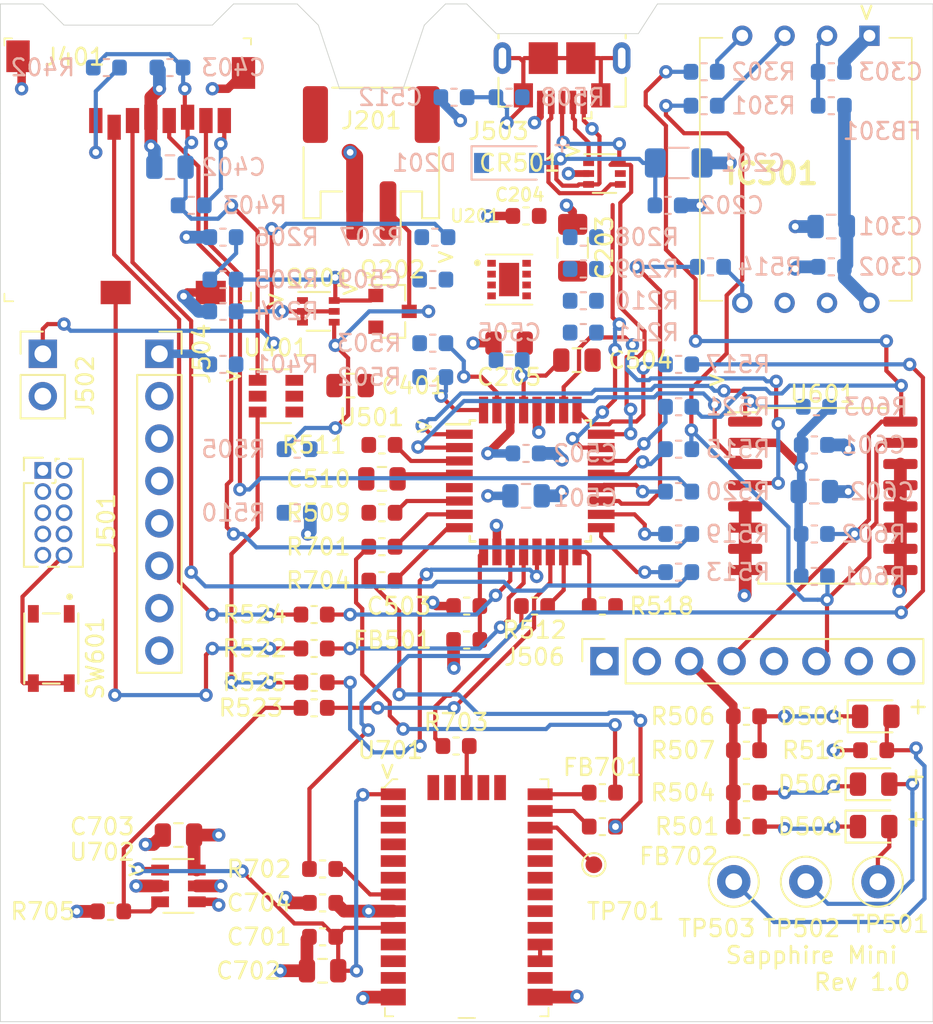
<source format=kicad_pcb>
(kicad_pcb (version 20171130) (host pcbnew "(5.1.2)-2")
  (layers (0 F.Cu signal) (1 In1.Cu signal hide) (2 In2.Cu signal hide) (31 B.Cu signal) (34 B.Paste user) (35 F.Paste user) (36 B.SilkS user) (37 F.SilkS user) (38 B.Mask user) (39 F.Mask user) (44 Edge.Cuts user))
  (net 0 "")
  (net 1 GND)
  (net 2 /SapphireMini_Proc/VBUS)
  (net 3 "Net-(C203-Pad1)")
  (net 4 "Net-(C204-Pad1)")
  (net 5 /P3V3)
  (net 6 "Net-(C303-Pad1)")
  (net 7 "Net-(C402-Pad1)")
  (net 8 "Net-(C503-Pad1)")
  (net 9 "Net-(C504-Pad1)")
  (net 10 /SapphireMini_Proc/AREF)
  (net 11 "Net-(C512-Pad1)")
  (net 12 "Net-(C701-Pad1)")
  (net 13 /SapphireMini_Proc/D+)
  (net 14 "Net-(CR501-Pad4)")
  (net 15 "Net-(CR501-Pad5)")
  (net 16 /SapphireMini_Proc/D-)
  (net 17 /SapphireMini_Proc/RED_LED)
  (net 18 "Net-(D501-Pad1)")
  (net 19 /SapphireMini_Proc/RED_LED2)
  (net 20 "Net-(D502-Pad1)")
  (net 21 /SapphireMini_Proc/GREEN_LED)
  (net 22 "Net-(D504-Pad1)")
  (net 23 "Net-(FB701-Pad2)")
  (net 24 "Net-(FB701-Pad1)")
  (net 25 "Net-(FB702-Pad2)")
  (net 26 "Net-(FB702-Pad1)")
  (net 27 "Net-(IC301-Pad7)")
  (net 28 "Net-(IC301-Pad6)")
  (net 29 /SapphireMini_DLHR/DLHR_EOC)
  (net 30 "Net-(IC301-Pad4)")
  (net 31 "Net-(IC301-Pad3)")
  (net 32 /SapphireMini_Power/VBAT)
  (net 33 /SapphireMini_Proc/SD_CD)
  (net 34 "Net-(J401-Pad8)")
  (net 35 /SapphireMini_Proc/SPI_MISO)
  (net 36 /SapphireMini_Proc/SPI_SCK)
  (net 37 /SapphireMini_Proc/SPI_MOSI)
  (net 38 /SapphireMini_Proc/SD_CS)
  (net 39 "Net-(J401-Pad1)")
  (net 40 /SapphireMini_DS3231/RESET)
  (net 41 "Net-(J501-Pad8)")
  (net 42 "Net-(J501-Pad7)")
  (net 43 "Net-(J501-Pad6)")
  (net 44 /SapphireMini_Proc/SWCLK)
  (net 45 /SapphireMini_Proc/SWDIO)
  (net 46 /SapphireMini_Proc/RS232_RXD5)
  (net 47 /SapphireMini_GNSS/RS232_RXD)
  (net 48 /SapphireMini_Proc/VBAT_MON)
  (net 49 /SapphireMini_Power/PWR_GOOD)
  (net 50 /SapphireMini_Proc/LOCAL_PPS)
  (net 51 /SapphireMini_DS3231/32KHz)
  (net 52 /SapphireMini_GNSS/TIMEMARK)
  (net 53 /SapphireMini_GNSS/GNSS_PWR)
  (net 54 /SapphireMini_Proc/SD_PWR)
  (net 55 /SapphireMini_DLHR/I2C_SCL)
  (net 56 /SapphireMini_DLHR/I2C_SDA)
  (net 57 /SapphireMini_Power/VBAT_EN)
  (net 58 /SapphireMini_GNSS/~GNSS_GO2SLEEP)
  (net 59 "Net-(Q201-Pad6)")
  (net 60 "Net-(Q201-Pad2)")
  (net 61 "Net-(R205-Pad2)")
  (net 62 "Net-(R208-Pad2)")
  (net 63 "Net-(R209-Pad2)")
  (net 64 "Net-(R210-Pad2)")
  (net 65 "Net-(R505-Pad2)")
  (net 66 "Net-(R702-Pad1)")
  (net 67 "Net-(R703-Pad2)")
  (net 68 "Net-(TP701-Pad1)")
  (net 69 "Net-(U701-Pad28)")
  (net 70 "Net-(U701-Pad23)")
  (net 71 "Net-(U701-Pad20)")
  (net 72 "Net-(U701-Pad16)")
  (net 73 "Net-(U701-Pad6)")
  (net 74 "Net-(U701-Pad3)")
  (net 75 "Net-(U701-Pad2)")
  (net 76 "Net-(J504-Pad8)")
  (net 77 "Net-(J504-Pad7)")
  (net 78 "Net-(J504-Pad6)")
  (net 79 "Net-(J504-Pad2)")
  (net 80 "Net-(J506-Pad8)")
  (net 81 "Net-(J506-Pad7)")
  (net 82 "Net-(J506-Pad5)")
  (net 83 "Net-(J506-Pad2)")
  (net 84 "Net-(R511-Pad1)")
  (net 85 "Net-(R512-Pad1)")
  (net 86 "Net-(R513-Pad1)")
  (net 87 "Net-(R514-Pad1)")
  (net 88 "Net-(R515-Pad1)")
  (net 89 "Net-(R516-Pad1)")
  (net 90 "Net-(R517-Pad1)")
  (net 91 "Net-(R518-Pad1)")
  (net 92 "Net-(R519-Pad1)")
  (net 93 "Net-(R520-Pad1)")
  (net 94 "Net-(R521-Pad1)")
  (net 95 "Net-(R522-Pad1)")
  (net 96 "Net-(R523-Pad1)")
  (net 97 "Net-(R524-Pad1)")
  (net 98 "Net-(R525-Pad1)")
  (module TestPoint:TestPoint_Loop_D2.50mm_Drill1.0mm (layer F.Cu) (at 120.142 118.618 180)
    (fp_text reference TP503 (at 1.016 -2.794) (layer F.SilkS))
    (fp_text value TestPoint)
    (pad 1 thru_hole circle (at 0 0 180) (size 2 2) (drill 1) (layers *.Cu *.Mask) (net 21 /SapphireMini_Proc/GREEN_LED))
  )
  (module TestPoint:TestPoint_Loop_D2.50mm_Drill1.0mm (layer F.Cu) (at 124.46 118.618 180)
    (fp_text reference TP502 (at 0.254 -2.794) (layer F.SilkS))
    (fp_text value TestPoint)
    (pad 1 thru_hole circle (at 0 0 180) (size 2 2) (drill 1) (layers *.Cu *.Mask) (net 19 /SapphireMini_Proc/RED_LED2))
  )
  (module TestPoint:TestPoint_Loop_D2.50mm_Drill1.0mm (layer F.Cu) (at 128.778 118.618 180)
    (fp_text reference TP501 (at -0.762 -2.54) (layer F.SilkS))
    (fp_text value TestPoint)
    (pad 1 thru_hole circle (at 0 0 180) (size 2 2) (drill 1) (layers *.Cu *.Mask) (net 17 /SapphireMini_Proc/RED_LED))
  )
  (module Resistor_SMD:R_0603_1608Metric (layer F.Cu) (at 94.996 106.68 180)
    (fp_text reference R525 (at 3.556 0) (layer F.SilkS))
    (fp_text value 47)
    (pad 2 smd roundrect (at 0.7875 0 180) (size 0.875 0.95) (layers F.Cu F.Paste F.Mask) (net 54 /SapphireMini_Proc/SD_PWR))
    (pad 1 smd roundrect (at -0.7875 0 180) (size 0.875 0.95) (layers F.Cu F.Paste F.Mask) (net 98 "Net-(R525-Pad1)"))
  )
  (module Resistor_SMD:R_0603_1608Metric (layer F.Cu) (at 94.996 102.616 180)
    (fp_text reference R524 (at 3.556 0) (layer F.SilkS))
    (fp_text value 47)
    (pad 2 smd roundrect (at 0.7875 0 180) (size 0.875 0.95) (layers F.Cu F.Paste F.Mask) (net 38 /SapphireMini_Proc/SD_CS))
    (pad 1 smd roundrect (at -0.7875 0 180) (size 0.875 0.95) (layers F.Cu F.Paste F.Mask) (net 97 "Net-(R524-Pad1)"))
  )
  (module Resistor_SMD:R_0603_1608Metric (layer F.Cu) (at 94.996 108.204 180)
    (fp_text reference R523 (at 3.7845 0) (layer F.SilkS))
    (fp_text value 47)
    (pad 2 smd roundrect (at 0.7875 0 180) (size 0.875 0.95) (layers F.Cu F.Paste F.Mask) (net 53 /SapphireMini_GNSS/GNSS_PWR))
    (pad 1 smd roundrect (at -0.7875 0 180) (size 0.875 0.95) (layers F.Cu F.Paste F.Mask) (net 96 "Net-(R523-Pad1)"))
  )
  (module Resistor_SMD:R_0603_1608Metric (layer F.Cu) (at 94.996 104.648 180)
    (fp_text reference R522 (at 3.556 0) (layer F.SilkS))
    (fp_text value 47)
    (pad 2 smd roundrect (at 0.7875 0 180) (size 0.875 0.95) (layers F.Cu F.Paste F.Mask) (net 33 /SapphireMini_Proc/SD_CD))
    (pad 1 smd roundrect (at -0.7875 0 180) (size 0.875 0.95) (layers F.Cu F.Paste F.Mask) (net 95 "Net-(R522-Pad1)"))
  )
  (module Resistor_SMD:R_0603_1608Metric (layer B.Cu) (at 116.84 90.17)
    (fp_text reference R521 (at 3.556 0) (layer B.SilkS) (effects (justify mirror)))
    (fp_text value 47)
    (pad 2 smd roundrect (at 0.7875 0) (size 0.875 0.95) (layers B.Cu B.Paste B.Mask) (net 55 /SapphireMini_DLHR/I2C_SCL))
    (pad 1 smd roundrect (at -0.7875 0) (size 0.875 0.95) (layers B.Cu B.Paste B.Mask) (net 94 "Net-(R521-Pad1)"))
  )
  (module Resistor_SMD:R_0603_1608Metric (layer B.Cu) (at 116.84 95.25)
    (fp_text reference R520 (at 3.556 0) (layer B.SilkS) (effects (justify mirror)))
    (fp_text value 47)
    (pad 2 smd roundrect (at 0.7875 0) (size 0.875 0.95) (layers B.Cu B.Paste B.Mask) (net 35 /SapphireMini_Proc/SPI_MISO))
    (pad 1 smd roundrect (at -0.7875 0) (size 0.875 0.95) (layers B.Cu B.Paste B.Mask) (net 93 "Net-(R520-Pad1)"))
  )
  (module Resistor_SMD:R_0603_1608Metric (layer B.Cu) (at 116.84 97.79)
    (fp_text reference R519 (at 3.556 0) (layer B.SilkS) (effects (justify mirror)))
    (fp_text value 47)
    (pad 2 smd roundrect (at 0.7875 0) (size 0.875 0.95) (layers B.Cu B.Paste B.Mask) (net 36 /SapphireMini_Proc/SPI_SCK))
    (pad 1 smd roundrect (at -0.7875 0) (size 0.875 0.95) (layers B.Cu B.Paste B.Mask) (net 92 "Net-(R519-Pad1)"))
  )
  (module Resistor_SMD:R_0603_1608Metric (layer F.Cu) (at 112.268 102.108)
    (fp_text reference R518 (at 3.556 0) (layer F.SilkS))
    (fp_text value 47)
    (pad 2 smd roundrect (at 0.7875 0) (size 0.875 0.95) (layers F.Cu F.Paste F.Mask) (net 19 /SapphireMini_Proc/RED_LED2))
    (pad 1 smd roundrect (at -0.7875 0) (size 0.875 0.95) (layers F.Cu F.Paste F.Mask) (net 91 "Net-(R518-Pad1)"))
  )
  (module Resistor_SMD:R_0603_1608Metric (layer B.Cu) (at 116.84 87.63)
    (fp_text reference R517 (at 3.556 0) (layer B.SilkS) (effects (justify mirror)))
    (fp_text value 47)
    (pad 2 smd roundrect (at 0.7875 0) (size 0.875 0.95) (layers B.Cu B.Paste B.Mask) (net 58 /SapphireMini_GNSS/~GNSS_GO2SLEEP))
    (pad 1 smd roundrect (at -0.7875 0) (size 0.875 0.95) (layers B.Cu B.Paste B.Mask) (net 90 "Net-(R517-Pad1)"))
  )
  (module Resistor_SMD:R_0603_1608Metric (layer F.Cu) (at 128.524 110.744)
    (fp_text reference R516 (at -3.556 0) (layer F.SilkS))
    (fp_text value 47)
    (pad 2 smd roundrect (at 0.7875 0) (size 0.875 0.95) (layers F.Cu F.Paste F.Mask) (net 21 /SapphireMini_Proc/GREEN_LED))
    (pad 1 smd roundrect (at -0.7875 0) (size 0.875 0.95) (layers F.Cu F.Paste F.Mask) (net 89 "Net-(R516-Pad1)"))
  )
  (module Resistor_SMD:R_0603_1608Metric (layer B.Cu) (at 116.84 92.71)
    (fp_text reference R515 (at 3.556 0) (layer B.SilkS) (effects (justify mirror)))
    (fp_text value 47)
    (pad 2 smd roundrect (at 0.7875 0) (size 0.875 0.95) (layers B.Cu B.Paste B.Mask) (net 56 /SapphireMini_DLHR/I2C_SDA))
    (pad 1 smd roundrect (at -0.7875 0) (size 0.875 0.95) (layers B.Cu B.Paste B.Mask) (net 88 "Net-(R515-Pad1)"))
  )
  (module Resistor_SMD:R_0603_1608Metric (layer B.Cu) (at 118.745 81.788)
    (fp_text reference R514 (at 3.556 0) (layer B.SilkS) (effects (justify mirror)))
    (fp_text value 47)
    (pad 2 smd roundrect (at 0.7875 0) (size 0.875 0.95) (layers B.Cu B.Paste B.Mask) (net 29 /SapphireMini_DLHR/DLHR_EOC))
    (pad 1 smd roundrect (at -0.7875 0) (size 0.875 0.95) (layers B.Cu B.Paste B.Mask) (net 87 "Net-(R514-Pad1)"))
  )
  (module Resistor_SMD:R_0603_1608Metric (layer B.Cu) (at 116.84 100.076)
    (fp_text reference R513 (at 3.556 0) (layer B.SilkS) (effects (justify mirror)))
    (fp_text value 47)
    (pad 2 smd roundrect (at 0.7875 0) (size 0.875 0.95) (layers B.Cu B.Paste B.Mask) (net 37 /SapphireMini_Proc/SPI_MOSI))
    (pad 1 smd roundrect (at -0.7875 0) (size 0.875 0.95) (layers B.Cu B.Paste B.Mask) (net 86 "Net-(R513-Pad1)"))
  )
  (module Resistor_SMD:R_0603_1608Metric (layer F.Cu) (at 108.204 102.108 180)
    (fp_text reference R512 (at 0 -1.43) (layer F.SilkS))
    (fp_text value 47)
    (pad 2 smd roundrect (at 0.7875 0 180) (size 0.875 0.95) (layers F.Cu F.Paste F.Mask) (net 52 /SapphireMini_GNSS/TIMEMARK))
    (pad 1 smd roundrect (at -0.7875 0 180) (size 0.875 0.95) (layers F.Cu F.Paste F.Mask) (net 85 "Net-(R512-Pad1)"))
  )
  (module Resistor_SMD:R_0603_1608Metric (layer F.Cu) (at 99.06 92.456 180)
    (fp_text reference R511 (at 4.064 0) (layer F.SilkS))
    (fp_text value 47)
    (pad 2 smd roundrect (at 0.7875 0 180) (size 0.875 0.95) (layers F.Cu F.Paste F.Mask) (net 17 /SapphireMini_Proc/RED_LED))
    (pad 1 smd roundrect (at -0.7875 0 180) (size 0.875 0.95) (layers F.Cu F.Paste F.Mask) (net 84 "Net-(R511-Pad1)"))
  )
  (module Connector_PinSocket_2.54mm:PinSocket_1x08_P2.54mm_Vertical (layer F.Cu) (at 85.725 86.995)
    (fp_text reference J504 (at 2.54 0 90) (layer F.SilkS))
    (fp_text value Conn_01x08_Male)
    (pad 8 thru_hole oval (at 0 17.78) (size 1.7 1.7) (drill 1) (layers *.Cu *.Mask) (net 76 "Net-(J504-Pad8)"))
    (pad 7 thru_hole oval (at 0 15.24) (size 1.7 1.7) (drill 1) (layers *.Cu *.Mask) (net 77 "Net-(J504-Pad7)"))
    (pad 6 thru_hole oval (at 0 12.7) (size 1.7 1.7) (drill 1) (layers *.Cu *.Mask) (net 78 "Net-(J504-Pad6)"))
    (pad 5 thru_hole oval (at 0 10.16) (size 1.7 1.7) (drill 1) (layers *.Cu *.Mask) (net 56 /SapphireMini_DLHR/I2C_SDA))
    (pad 4 thru_hole oval (at 0 7.62) (size 1.7 1.7) (drill 1) (layers *.Cu *.Mask) (net 55 /SapphireMini_DLHR/I2C_SCL))
    (pad 3 thru_hole oval (at 0 5.08) (size 1.7 1.7) (drill 1) (layers *.Cu *.Mask) (net 1 GND))
    (pad 2 thru_hole oval (at 0 2.54) (size 1.7 1.7) (drill 1) (layers *.Cu *.Mask) (net 79 "Net-(J504-Pad2)"))
    (pad 1 thru_hole rect (at 0 0) (size 1.7 1.7) (drill 1) (layers *.Cu *.Mask) (net 5 /P3V3))
  )
  (module Connector_PinSocket_2.54mm:PinSocket_1x08_P2.54mm_Vertical (layer F.Cu) (at 112.395 105.41 90)
    (fp_text reference J506 (at 0.254 -4.191 180) (layer F.SilkS))
    (fp_text value Conn_01x08_Male)
    (pad 8 thru_hole oval (at 0 17.78 90) (size 1.7 1.7) (drill 1) (layers *.Cu *.Mask) (net 80 "Net-(J506-Pad8)"))
    (pad 7 thru_hole oval (at 0 15.24 90) (size 1.7 1.7) (drill 1) (layers *.Cu *.Mask) (net 81 "Net-(J506-Pad7)"))
    (pad 6 thru_hole oval (at 0 12.7 90) (size 1.7 1.7) (drill 1) (layers *.Cu *.Mask) (net 56 /SapphireMini_DLHR/I2C_SDA))
    (pad 5 thru_hole oval (at 0 10.16 90) (size 1.7 1.7) (drill 1) (layers *.Cu *.Mask) (net 82 "Net-(J506-Pad5)"))
    (pad 4 thru_hole oval (at 0 7.62 90) (size 1.7 1.7) (drill 1) (layers *.Cu *.Mask) (net 55 /SapphireMini_DLHR/I2C_SCL))
    (pad 3 thru_hole oval (at 0 5.08 90) (size 1.7 1.7) (drill 1) (layers *.Cu *.Mask) (net 1 GND))
    (pad 2 thru_hole oval (at 0 2.54 90) (size 1.7 1.7) (drill 1) (layers *.Cu *.Mask) (net 83 "Net-(J506-Pad2)"))
    (pad 1 thru_hole rect (at 0 0 90) (size 1.7 1.7) (drill 1) (layers *.Cu *.Mask) (net 5 /P3V3))
  )
  (module Capacitor_SMD:C_0603_1608Metric (layer F.Cu) (at 95.504 119.888 180)
    (fp_text reference C704 (at 3.81 0) (layer F.SilkS))
    (fp_text value 100nF)
    (pad 2 smd roundrect (at 0.7875 0 180) (size 0.875 0.95) (layers F.Cu F.Paste F.Mask) (net 1 GND))
    (pad 1 smd roundrect (at -0.7875 0 180) (size 0.875 0.95) (layers F.Cu F.Paste F.Mask) (net 5 /P3V3))
  )
  (module Capacitor_SMD:C_0603_1608Metric (layer B.Cu) (at 125.984 70.104)
    (fp_text reference C303 (at 3.556 0 180) (layer B.SilkS) (effects (justify mirror)))
    (fp_text value 100nF)
    (pad 2 smd roundrect (at 0.7875 0) (size 0.875 0.95) (layers B.Cu B.Paste B.Mask) (net 1 GND))
    (pad 1 smd roundrect (at -0.7875 0) (size 0.875 0.95) (layers B.Cu B.Paste B.Mask) (net 6 "Net-(C303-Pad1)"))
  )
  (module TestPoint:TestPoint_Pad_D1.0mm (layer F.Cu) (at 111.76 117.602)
    (fp_text reference TP701 (at 1.905 2.794) (layer F.SilkS))
    (fp_text value SAFEBOOT)
    (pad 1 smd circle (at 0 0) (size 1 1) (layers F.Cu F.Mask) (net 68 "Net-(TP701-Pad1)"))
  )
  (module Connector_PinHeader_2.54mm:PinHeader_1x02_P2.54mm_Vertical (layer F.Cu) (at 78.74 86.995)
    (fp_text reference J502 (at 2.54 1.905 90) (layer F.SilkS))
    (fp_text value Conn_01x02_Male)
    (pad 2 thru_hole oval (at 0 2.54) (size 1.7 1.7) (drill 1) (layers *.Cu *.Mask) (net 1 GND))
    (pad 1 thru_hole rect (at 0 0) (size 1.7 1.7) (drill 1) (layers *.Cu *.Mask) (net 57 /SapphireMini_Power/VBAT_EN))
  )
  (module Package_TO_SOT_SMD:SOT-23-6 (layer F.Cu) (at 86.868 118.872)
    (fp_text reference U702 (at -4.572 -2.032) (layer F.SilkS))
    (fp_text value TPS22929D)
    (pad 5 smd rect (at 1.1 0) (size 1.06 0.65) (layers F.Cu F.Paste F.Mask) (net 1 GND))
    (pad 6 smd rect (at 1.1 -0.95) (size 1.06 0.65) (layers F.Cu F.Paste F.Mask) (net 5 /P3V3))
    (pad 4 smd rect (at 1.1 0.95) (size 1.06 0.65) (layers F.Cu F.Paste F.Mask) (net 5 /P3V3))
    (pad 3 smd rect (at -1.1 0.95) (size 1.06 0.65) (layers F.Cu F.Paste F.Mask) (net 53 /SapphireMini_GNSS/GNSS_PWR))
    (pad 2 smd rect (at -1.1 0) (size 1.06 0.65) (layers F.Cu F.Paste F.Mask) (net 1 GND))
    (pad 1 smd rect (at -1.1 -0.95) (size 1.06 0.65) (layers F.Cu F.Paste F.Mask) (net 12 "Net-(C701-Pad1)"))
  )
  (module digikey-footprints:GPS_Module_CAM-M8C-0 (layer F.Cu) (at 104.14 119.38)
    (fp_text reference U701 (at -4.572 -8.636) (layer F.SilkS))
    (fp_text value CAM-M8C-0-10)
    (pad 31 smd rect (at -2 -6.4) (size 0.7 1.5) (layers F.Cu F.Paste F.Mask) (net 1 GND))
    (pad 30 smd rect (at -1 -6.4) (size 0.7 1.5) (layers F.Cu F.Paste F.Mask) (net 1 GND))
    (pad 29 smd rect (at 0 -6.4) (size 0.7 1.5) (layers F.Cu F.Paste F.Mask) (net 67 "Net-(R703-Pad2)"))
    (pad 28 smd rect (at 1 -6.4) (size 0.7 1.5) (layers F.Cu F.Paste F.Mask) (net 69 "Net-(U701-Pad28)"))
    (pad 27 smd rect (at 2 -6.4) (size 0.7 1.5) (layers F.Cu F.Paste F.Mask) (net 1 GND))
    (pad 26 smd rect (at 4.4 -6) (size 1.5 0.7) (layers F.Cu F.Paste F.Mask) (net 24 "Net-(FB701-Pad1)"))
    (pad 25 smd rect (at 4.4 -5) (size 1.5 0.7) (layers F.Cu F.Paste F.Mask) (net 25 "Net-(FB702-Pad2)"))
    (pad 24 smd rect (at 4.4 -4) (size 1.5 0.7) (layers F.Cu F.Paste F.Mask) (net 68 "Net-(TP701-Pad1)"))
    (pad 23 smd rect (at 4.4 -3) (size 1.5 0.7) (layers F.Cu F.Paste F.Mask) (net 70 "Net-(U701-Pad23)"))
    (pad 22 smd rect (at 4.4 -2) (size 1.5 0.7) (layers F.Cu F.Paste F.Mask) (net 1 GND))
    (pad 21 smd rect (at 4.4 -1) (size 1.5 0.7) (layers F.Cu F.Paste F.Mask) (net 1 GND))
    (pad 20 smd rect (at 4.4 0) (size 1.5 0.7) (layers F.Cu F.Paste F.Mask) (net 71 "Net-(U701-Pad20)"))
    (pad 19 smd rect (at 4.4 1) (size 1.5 0.7) (layers F.Cu F.Paste F.Mask) (net 1 GND))
    (pad 18 smd rect (at 4.4 2) (size 1.5 0.7) (layers F.Cu F.Paste F.Mask) (net 1 GND))
    (pad 17 smd rect (at 4.4 3) (size 1.5 0.7) (layers F.Cu F.Paste F.Mask) (net 72 "Net-(U701-Pad16)"))
    (pad 16 smd rect (at 4.4 4) (size 1.5 0.7) (layers F.Cu F.Paste F.Mask) (net 72 "Net-(U701-Pad16)"))
    (pad 15 smd rect (at 4.4 5) (size 1.5 0.7) (layers F.Cu F.Paste F.Mask) (net 1 GND))
    (pad 14 smd rect (at 4.4 6.15) (size 1.5 1) (layers F.Cu F.Paste F.Mask) (net 1 GND))
    (pad 13 smd rect (at -4.4 6.15) (size 1.5 1) (layers F.Cu F.Paste F.Mask) (net 1 GND))
    (pad 12 smd rect (at -4.4 5) (size 1.5 0.7) (layers F.Cu F.Paste F.Mask) (net 1 GND))
    (pad 11 smd rect (at -4.4 4) (size 1.5 0.7) (layers F.Cu F.Paste F.Mask) (net 1 GND))
    (pad 10 smd rect (at -4.4 3) (size 1.5 0.7) (layers F.Cu F.Paste F.Mask) (net 1 GND))
    (pad 9 smd rect (at -4.4 2) (size 1.5 0.7) (layers F.Cu F.Paste F.Mask) (net 12 "Net-(C701-Pad1)"))
    (pad 8 smd rect (at -4.4 1) (size 1.5 0.7) (layers F.Cu F.Paste F.Mask) (net 5 /P3V3))
    (pad 7 smd rect (at -4.4 0) (size 1.5 0.7) (layers F.Cu F.Paste F.Mask) (net 66 "Net-(R702-Pad1)"))
    (pad 6 smd rect (at -4.4 -1) (size 1.5 0.7) (layers F.Cu F.Paste F.Mask) (net 73 "Net-(U701-Pad6)"))
    (pad 5 smd rect (at -4.4 -2) (size 1.5 0.7) (layers F.Cu F.Paste F.Mask) (net 1 GND))
    (pad 4 smd rect (at -4.4 -3) (size 1.5 0.7) (layers F.Cu F.Paste F.Mask) (net 1 GND))
    (pad 3 smd rect (at -4.4 -4) (size 1.5 0.7) (layers F.Cu F.Paste F.Mask) (net 74 "Net-(U701-Pad3)"))
    (pad 2 smd rect (at -4.4 -5) (size 1.5 0.7) (layers F.Cu F.Paste F.Mask) (net 75 "Net-(U701-Pad2)"))
    (pad 1 smd rect (at -4.4 -6) (size 1.5 0.7) (layers F.Cu F.Paste F.Mask) (net 12 "Net-(C701-Pad1)"))
  )
  (module Package_SO:SOIC-16W_7.5x10.3mm_P1.27mm (layer F.Cu) (at 125.476 95.504)
    (fp_text reference U601 (at 0 -6.1) (layer F.SilkS))
    (fp_text value DS3231S)
    (pad 16 smd roundrect (at 4.65 -4.445) (size 2.05 0.6) (layers F.Cu F.Paste F.Mask) (net 55 /SapphireMini_DLHR/I2C_SCL))
    (pad 15 smd roundrect (at 4.65 -3.175) (size 2.05 0.6) (layers F.Cu F.Paste F.Mask) (net 56 /SapphireMini_DLHR/I2C_SDA))
    (pad 14 smd roundrect (at 4.65 -1.905) (size 2.05 0.6) (layers F.Cu F.Paste F.Mask) (net 1 GND))
    (pad 13 smd roundrect (at 4.65 -0.635) (size 2.05 0.6) (layers F.Cu F.Paste F.Mask) (net 1 GND))
    (pad 12 smd roundrect (at 4.65 0.635) (size 2.05 0.6) (layers F.Cu F.Paste F.Mask) (net 1 GND))
    (pad 11 smd roundrect (at 4.65 1.905) (size 2.05 0.6) (layers F.Cu F.Paste F.Mask) (net 1 GND))
    (pad 10 smd roundrect (at 4.65 3.175) (size 2.05 0.6) (layers F.Cu F.Paste F.Mask) (net 1 GND))
    (pad 9 smd roundrect (at 4.65 4.445) (size 2.05 0.6) (layers F.Cu F.Paste F.Mask) (net 1 GND))
    (pad 8 smd roundrect (at -4.65 4.445) (size 2.05 0.6) (layers F.Cu F.Paste F.Mask) (net 1 GND))
    (pad 7 smd roundrect (at -4.65 3.175) (size 2.05 0.6) (layers F.Cu F.Paste F.Mask) (net 1 GND))
    (pad 6 smd roundrect (at -4.65 1.905) (size 2.05 0.6) (layers F.Cu F.Paste F.Mask) (net 1 GND))
    (pad 5 smd roundrect (at -4.65 0.635) (size 2.05 0.6) (layers F.Cu F.Paste F.Mask) (net 1 GND))
    (pad 4 smd roundrect (at -4.65 -0.635) (size 2.05 0.6) (layers F.Cu F.Paste F.Mask) (net 40 /SapphireMini_DS3231/RESET))
    (pad 3 smd roundrect (at -4.65 -1.905) (size 2.05 0.6) (layers F.Cu F.Paste F.Mask) (net 50 /SapphireMini_Proc/LOCAL_PPS))
    (pad 2 smd roundrect (at -4.65 -3.175) (size 2.05 0.6) (layers F.Cu F.Paste F.Mask) (net 5 /P3V3))
    (pad 1 smd roundrect (at -4.65 -4.445) (size 2.05 0.6) (layers F.Cu F.Paste F.Mask) (net 51 /SapphireMini_DS3231/32KHz))
  )
  (module Package_QFP:TQFP-32_7x7mm_P0.8mm (layer F.Cu) (at 107.95 94.615)
    (fp_text reference U501 (at -9.525 -3.81) (layer F.SilkS))
    (fp_text value ATSAMD21E18A-AUT)
    (pad 32 smd rect (at -2.8 -4.25 90) (size 1.6 0.55) (layers F.Cu F.Paste F.Mask) (net 45 /SapphireMini_Proc/SWDIO))
    (pad 31 smd rect (at -2 -4.25 90) (size 1.6 0.55) (layers F.Cu F.Paste F.Mask) (net 44 /SapphireMini_Proc/SWCLK))
    (pad 30 smd rect (at -1.2 -4.25 90) (size 1.6 0.55) (layers F.Cu F.Paste F.Mask) (net 5 /P3V3))
    (pad 29 smd rect (at -0.4 -4.25 90) (size 1.6 0.55) (layers F.Cu F.Paste F.Mask) (net 9 "Net-(C504-Pad1)"))
    (pad 28 smd rect (at 0.4 -4.25 90) (size 1.6 0.55) (layers F.Cu F.Paste F.Mask) (net 1 GND))
    (pad 27 smd rect (at 1.2 -4.25 90) (size 1.6 0.55) (layers F.Cu F.Paste F.Mask) (net 89 "Net-(R516-Pad1)"))
    (pad 26 smd rect (at 2 -4.25 90) (size 1.6 0.55) (layers F.Cu F.Paste F.Mask) (net 40 /SapphireMini_DS3231/RESET))
    (pad 25 smd rect (at 2.8 -4.25 90) (size 1.6 0.55) (layers F.Cu F.Paste F.Mask) (net 90 "Net-(R517-Pad1)"))
    (pad 24 smd rect (at 4.25 -2.8) (size 1.6 0.55) (layers F.Cu F.Paste F.Mask) (net 13 /SapphireMini_Proc/D+))
    (pad 23 smd rect (at 4.25 -2) (size 1.6 0.55) (layers F.Cu F.Paste F.Mask) (net 16 /SapphireMini_Proc/D-))
    (pad 22 smd rect (at 4.25 -1.2) (size 1.6 0.55) (layers F.Cu F.Paste F.Mask) (net 94 "Net-(R521-Pad1)"))
    (pad 21 smd rect (at 4.25 -0.4) (size 1.6 0.55) (layers F.Cu F.Paste F.Mask) (net 88 "Net-(R515-Pad1)"))
    (pad 20 smd rect (at 4.25 0.4) (size 1.6 0.55) (layers F.Cu F.Paste F.Mask) (net 93 "Net-(R520-Pad1)"))
    (pad 19 smd rect (at 4.25 1.2) (size 1.6 0.55) (layers F.Cu F.Paste F.Mask) (net 87 "Net-(R514-Pad1)"))
    (pad 18 smd rect (at 4.25 2) (size 1.6 0.55) (layers F.Cu F.Paste F.Mask) (net 92 "Net-(R519-Pad1)"))
    (pad 17 smd rect (at 4.25 2.8) (size 1.6 0.55) (layers F.Cu F.Paste F.Mask) (net 86 "Net-(R513-Pad1)"))
    (pad 16 smd rect (at 2.8 4.25 90) (size 1.6 0.55) (layers F.Cu F.Paste F.Mask) (net 91 "Net-(R518-Pad1)"))
    (pad 15 smd rect (at 2 4.25 90) (size 1.6 0.55) (layers F.Cu F.Paste F.Mask) (net 85 "Net-(R512-Pad1)"))
    (pad 14 smd rect (at 1.2 4.25 90) (size 1.6 0.55) (layers F.Cu F.Paste F.Mask) (net 96 "Net-(R523-Pad1)"))
    (pad 13 smd rect (at 0.4 4.25 90) (size 1.6 0.55) (layers F.Cu F.Paste F.Mask) (net 98 "Net-(R525-Pad1)"))
    (pad 12 smd rect (at -0.4 4.25 90) (size 1.6 0.55) (layers F.Cu F.Paste F.Mask) (net 95 "Net-(R522-Pad1)"))
    (pad 11 smd rect (at -1.2 4.25 90) (size 1.6 0.55) (layers F.Cu F.Paste F.Mask) (net 97 "Net-(R524-Pad1)"))
    (pad 10 smd rect (at -2 4.25 90) (size 1.6 0.55) (layers F.Cu F.Paste F.Mask) (net 1 GND))
    (pad 9 smd rect (at -2.8 4.25 90) (size 1.6 0.55) (layers F.Cu F.Paste F.Mask) (net 8 "Net-(C503-Pad1)"))
    (pad 8 smd rect (at -4.25 2.8) (size 1.6 0.55) (layers F.Cu F.Paste F.Mask) (net 46 /SapphireMini_Proc/RS232_RXD5))
    (pad 7 smd rect (at -4.25 2) (size 1.6 0.55) (layers F.Cu F.Paste F.Mask) (net 47 /SapphireMini_GNSS/RS232_RXD))
    (pad 6 smd rect (at -4.25 1.2) (size 1.6 0.55) (layers F.Cu F.Paste F.Mask) (net 48 /SapphireMini_Proc/VBAT_MON))
    (pad 5 smd rect (at -4.25 0.4) (size 1.6 0.55) (layers F.Cu F.Paste F.Mask) (net 49 /SapphireMini_Power/PWR_GOOD))
    (pad 4 smd rect (at -4.25 -0.4) (size 1.6 0.55) (layers F.Cu F.Paste F.Mask) (net 10 /SapphireMini_Proc/AREF))
    (pad 3 smd rect (at -4.25 -1.2) (size 1.6 0.55) (layers F.Cu F.Paste F.Mask) (net 84 "Net-(R511-Pad1)"))
    (pad 2 smd rect (at -4.25 -2) (size 1.6 0.55) (layers F.Cu F.Paste F.Mask) (net 50 /SapphireMini_Proc/LOCAL_PPS))
    (pad 1 smd rect (at -4.25 -2.8) (size 1.6 0.55) (layers F.Cu F.Paste F.Mask) (net 51 /SapphireMini_DS3231/32KHz))
  )
  (module Package_TO_SOT_SMD:SOT-23-6 (layer F.Cu) (at 92.71 89.535)
    (fp_text reference U401 (at 0 -2.9) (layer F.SilkS))
    (fp_text value TPS22929D)
    (pad 5 smd rect (at 1.1 0) (size 1.06 0.65) (layers F.Cu F.Paste F.Mask) (net 1 GND))
    (pad 6 smd rect (at 1.1 -0.95) (size 1.06 0.65) (layers F.Cu F.Paste F.Mask) (net 5 /P3V3))
    (pad 4 smd rect (at 1.1 0.95) (size 1.06 0.65) (layers F.Cu F.Paste F.Mask) (net 5 /P3V3))
    (pad 3 smd rect (at -1.1 0.95) (size 1.06 0.65) (layers F.Cu F.Paste F.Mask) (net 54 /SapphireMini_Proc/SD_PWR))
    (pad 2 smd rect (at -1.1 0) (size 1.06 0.65) (layers F.Cu F.Paste F.Mask) (net 1 GND))
    (pad 1 smd rect (at -1.1 -0.95) (size 1.06 0.65) (layers F.Cu F.Paste F.Mask) (net 7 "Net-(C402-Pad1)"))
  )
  (module geo_sci_SMU:TPS82130SILT (layer F.Cu) (at 106.68 82.55)
    (fp_text reference U201 (at -2.032 -3.81) (layer F.SilkS) (effects (font (size 0.762 0.762) (thickness 0.127))))
    (fp_text value TPS82150 hide)
    (pad 9 smd rect (at 0 0) (size 1.2 2) (layers F.Cu F.Paste F.Mask) (net 1 GND))
    (pad 8 smd rect (at 1.05 -0.975 90) (size 0.41 0.51) (layers F.Cu F.Paste F.Mask) (net 4 "Net-(C204-Pad1)"))
    (pad 7 smd rect (at 1.05 -0.325 90) (size 0.41 0.51) (layers F.Cu F.Paste F.Mask) (net 49 /SapphireMini_Power/PWR_GOOD))
    (pad 6 smd rect (at 1.05 0.325 90) (size 0.41 0.51) (layers F.Cu F.Paste F.Mask) (net 64 "Net-(R210-Pad2)"))
    (pad 5 smd rect (at 1.05 0.975 90) (size 0.41 0.51) (layers F.Cu F.Paste F.Mask) (net 5 /P3V3))
    (pad 4 smd rect (at -1.05 0.975 90) (size 0.41 0.51) (layers F.Cu F.Paste F.Mask) (net 5 /P3V3))
    (pad 3 smd rect (at -1.05 0.325 90) (size 0.41 0.51) (layers F.Cu F.Paste F.Mask) (net 1 GND))
    (pad 2 smd rect (at -1.05 -0.325 90) (size 0.41 0.51) (layers F.Cu F.Paste F.Mask) (net 3 "Net-(C203-Pad1)"))
    (pad 1 smd rect (at -1.05 -0.975 90) (size 0.41 0.51) (layers F.Cu F.Paste F.Mask) (net 57 /SapphireMini_Power/VBAT_EN))
  )
  (module SapphineMinimal:SW_PTS810_SJM_250_SMTR_LFS (layer F.Cu) (at 79.248 104.648 270)
    (fp_text reference SW601 (at 0.575 -2.635 90) (layer F.SilkS))
    (fp_text value SW_Push_Dual)
    (pad 4 smd rect (at 2.075 1.075 270) (size 1.05 0.65) (layers F.Cu F.Paste F.Mask) (net 40 /SapphireMini_DS3231/RESET))
    (pad 3 smd rect (at -2.075 1.075 270) (size 1.05 0.65) (layers F.Cu F.Paste F.Mask) (net 1 GND))
    (pad 2 smd rect (at 2.075 -1.075 270) (size 1.05 0.65) (layers F.Cu F.Paste F.Mask) (net 40 /SapphireMini_DS3231/RESET))
    (pad 1 smd rect (at -2.075 -1.075 270) (size 1.05 0.65) (layers F.Cu F.Paste F.Mask) (net 1 GND))
  )
  (module Resistor_SMD:R_0603_1608Metric (layer F.Cu) (at 82.804 120.396)
    (fp_text reference R705 (at -4.064 0) (layer F.SilkS))
    (fp_text value 100K)
    (pad 2 smd roundrect (at 0.7875 0) (size 0.875 0.95) (layers F.Cu F.Paste F.Mask) (net 53 /SapphireMini_GNSS/GNSS_PWR))
    (pad 1 smd roundrect (at -0.7875 0) (size 0.875 0.95) (layers F.Cu F.Paste F.Mask) (net 1 GND))
  )
  (module Resistor_SMD:R_0603_1608Metric (layer F.Cu) (at 99.06 100.584 180)
    (fp_text reference R704 (at 3.81 0) (layer F.SilkS))
    (fp_text value 47)
    (pad 2 smd roundrect (at 0.7875 0 180) (size 0.875 0.95) (layers F.Cu F.Paste F.Mask) (net 26 "Net-(FB702-Pad1)"))
    (pad 1 smd roundrect (at -0.7875 0 180) (size 0.875 0.95) (layers F.Cu F.Paste F.Mask) (net 46 /SapphireMini_Proc/RS232_RXD5))
  )
  (module Resistor_SMD:R_0603_1608Metric (layer F.Cu) (at 103.505 110.49)
    (fp_text reference R703 (at 0 -1.43) (layer F.SilkS))
    (fp_text value 47)
    (pad 2 smd roundrect (at 0.7875 0) (size 0.875 0.95) (layers F.Cu F.Paste F.Mask) (net 67 "Net-(R703-Pad2)"))
    (pad 1 smd roundrect (at -0.7875 0) (size 0.875 0.95) (layers F.Cu F.Paste F.Mask) (net 52 /SapphireMini_GNSS/TIMEMARK))
  )
  (module Resistor_SMD:R_0603_1608Metric (layer F.Cu) (at 95.504 117.856 180)
    (fp_text reference R702 (at 3.81 0) (layer F.SilkS))
    (fp_text value 47)
    (pad 2 smd roundrect (at 0.7875 0 180) (size 0.875 0.95) (layers F.Cu F.Paste F.Mask) (net 58 /SapphireMini_GNSS/~GNSS_GO2SLEEP))
    (pad 1 smd roundrect (at -0.7875 0 180) (size 0.875 0.95) (layers F.Cu F.Paste F.Mask) (net 66 "Net-(R702-Pad1)"))
  )
  (module Resistor_SMD:R_0603_1608Metric (layer F.Cu) (at 99.06 98.552)
    (fp_text reference R701 (at -3.81 0) (layer F.SilkS))
    (fp_text value 47)
    (pad 2 smd roundrect (at 0.7875 0) (size 0.875 0.95) (layers F.Cu F.Paste F.Mask) (net 47 /SapphireMini_GNSS/RS232_RXD))
    (pad 1 smd roundrect (at -0.7875 0) (size 0.875 0.95) (layers F.Cu F.Paste F.Mask) (net 23 "Net-(FB701-Pad2)"))
  )
  (module Resistor_SMD:R_0603_1608Metric (layer B.Cu) (at 125.095 90.17 180)
    (fp_text reference R603 (at -3.556 0 180) (layer B.SilkS) (effects (justify mirror)))
    (fp_text value 47K5)
    (pad 2 smd roundrect (at 0.7875 0 180) (size 0.875 0.95) (layers B.Cu B.Paste B.Mask) (net 51 /SapphireMini_DS3231/32KHz))
    (pad 1 smd roundrect (at -0.7875 0 180) (size 0.875 0.95) (layers B.Cu B.Paste B.Mask) (net 5 /P3V3))
  )
  (module Resistor_SMD:R_0603_1608Metric (layer B.Cu) (at 124.968 97.79)
    (fp_text reference R602 (at 3.556 0 180) (layer B.SilkS) (effects (justify mirror)))
    (fp_text value 47K5)
    (pad 2 smd roundrect (at 0.7875 0) (size 0.875 0.95) (layers B.Cu B.Paste B.Mask) (net 55 /SapphireMini_DLHR/I2C_SCL))
    (pad 1 smd roundrect (at -0.7875 0) (size 0.875 0.95) (layers B.Cu B.Paste B.Mask) (net 5 /P3V3))
  )
  (module Resistor_SMD:R_0603_1608Metric (layer B.Cu) (at 124.968 100.33)
    (fp_text reference R601 (at 3.556 0 180) (layer B.SilkS) (effects (justify mirror)))
    (fp_text value 47K5)
    (pad 2 smd roundrect (at 0.7875 0) (size 0.875 0.95) (layers B.Cu B.Paste B.Mask) (net 56 /SapphireMini_DLHR/I2C_SDA))
    (pad 1 smd roundrect (at -0.7875 0) (size 0.875 0.95) (layers B.Cu B.Paste B.Mask) (net 5 /P3V3))
  )
  (module Resistor_SMD:R_0603_1608Metric (layer B.Cu) (at 93.98 96.52)
    (fp_text reference R510 (at -3.81 0) (layer B.SilkS) (effects (justify mirror)))
    (fp_text value 47K5)
    (pad 2 smd roundrect (at 0.7875 0) (size 0.875 0.95) (layers B.Cu B.Paste B.Mask) (net 1 GND))
    (pad 1 smd roundrect (at -0.7875 0) (size 0.875 0.95) (layers B.Cu B.Paste B.Mask) (net 48 /SapphireMini_Proc/VBAT_MON))
  )
  (module Resistor_SMD:R_0603_1608Metric (layer F.Cu) (at 99.06 96.52)
    (fp_text reference R509 (at -3.81 0) (layer F.SilkS))
    (fp_text value 100k)
    (pad 2 smd roundrect (at 0.7875 0) (size 0.875 0.95) (layers F.Cu F.Paste F.Mask) (net 48 /SapphireMini_Proc/VBAT_MON))
    (pad 1 smd roundrect (at -0.7875 0) (size 0.875 0.95) (layers F.Cu F.Paste F.Mask) (net 65 "Net-(R505-Pad2)"))
  )
  (module Resistor_SMD:R_0603_1608Metric (layer B.Cu) (at 106.68 71.628 180)
    (fp_text reference R508 (at -3.81 0) (layer B.SilkS) (effects (justify mirror)))
    (fp_text value 4K75)
    (pad 2 smd roundrect (at 0.7875 0 180) (size 0.875 0.95) (layers B.Cu B.Paste B.Mask) (net 11 "Net-(C512-Pad1)"))
    (pad 1 smd roundrect (at -0.7875 0 180) (size 0.875 0.95) (layers B.Cu B.Paste B.Mask) (net 1 GND))
  )
  (module Resistor_SMD:R_0603_1608Metric (layer F.Cu) (at 120.904 110.744 180)
    (fp_text reference R507 (at 3.81 0) (layer F.SilkS))
    (fp_text value 2k)
    (pad 2 smd roundrect (at 0.7875 0 180) (size 0.875 0.95) (layers F.Cu F.Paste F.Mask) (net 1 GND))
    (pad 1 smd roundrect (at -0.7875 0 180) (size 0.875 0.95) (layers F.Cu F.Paste F.Mask) (net 22 "Net-(D504-Pad1)"))
  )
  (module Resistor_SMD:R_0603_1608Metric (layer F.Cu) (at 120.904 108.712 180)
    (fp_text reference R506 (at 3.81 0) (layer F.SilkS))
    (fp_text value 2k)
    (pad 2 smd roundrect (at 0.7875 0 180) (size 0.875 0.95) (layers F.Cu F.Paste F.Mask) (net 1 GND))
    (pad 1 smd roundrect (at -0.7875 0 180) (size 0.875 0.95) (layers F.Cu F.Paste F.Mask) (net 22 "Net-(D504-Pad1)"))
  )
  (module Resistor_SMD:R_0603_1608Metric (layer B.Cu) (at 93.98 92.71)
    (fp_text reference R505 (at -3.81 0) (layer B.SilkS) (effects (justify mirror)))
    (fp_text value 100k)
    (pad 2 smd roundrect (at 0.7875 0) (size 0.875 0.95) (layers B.Cu B.Paste B.Mask) (net 65 "Net-(R505-Pad2)"))
    (pad 1 smd roundrect (at -0.7875 0) (size 0.875 0.95) (layers B.Cu B.Paste B.Mask) (net 32 /SapphireMini_Power/VBAT))
  )
  (module Resistor_SMD:R_0603_1608Metric (layer F.Cu) (at 120.904 113.284 180)
    (fp_text reference R504 (at 3.81 0) (layer F.SilkS))
    (fp_text value 2k)
    (pad 2 smd roundrect (at 0.7875 0 180) (size 0.875 0.95) (layers F.Cu F.Paste F.Mask) (net 1 GND))
    (pad 1 smd roundrect (at -0.7875 0 180) (size 0.875 0.95) (layers F.Cu F.Paste F.Mask) (net 20 "Net-(D502-Pad1)"))
  )
  (module Resistor_SMD:R_0603_1608Metric (layer B.Cu) (at 102.108 86.36 180)
    (fp_text reference R503 (at 3.81 0) (layer B.SilkS) (effects (justify mirror)))
    (fp_text value 47K5)
    (pad 2 smd roundrect (at 0.7875 0 180) (size 0.875 0.95) (layers B.Cu B.Paste B.Mask) (net 5 /P3V3))
    (pad 1 smd roundrect (at -0.7875 0 180) (size 0.875 0.95) (layers B.Cu B.Paste B.Mask) (net 44 /SapphireMini_Proc/SWCLK))
  )
  (module Resistor_SMD:R_0603_1608Metric (layer B.Cu) (at 102.108 88.392 180)
    (fp_text reference R502 (at 3.81 0) (layer B.SilkS) (effects (justify mirror)))
    (fp_text value 47K5)
    (pad 2 smd roundrect (at 0.7875 0 180) (size 0.875 0.95) (layers B.Cu B.Paste B.Mask) (net 5 /P3V3))
    (pad 1 smd roundrect (at -0.7875 0 180) (size 0.875 0.95) (layers B.Cu B.Paste B.Mask) (net 45 /SapphireMini_Proc/SWDIO))
  )
  (module Resistor_SMD:R_0603_1608Metric (layer F.Cu) (at 120.904 115.316 180)
    (fp_text reference R501 (at 3.556 0) (layer F.SilkS))
    (fp_text value 2k)
    (pad 2 smd roundrect (at 0.7875 0 180) (size 0.875 0.95) (layers F.Cu F.Paste F.Mask) (net 1 GND))
    (pad 1 smd roundrect (at -0.7875 0 180) (size 0.875 0.95) (layers F.Cu F.Paste F.Mask) (net 18 "Net-(D501-Pad1)"))
  )
  (module Resistor_SMD:R_0603_1608Metric (layer B.Cu) (at 87.63 78.105)
    (fp_text reference R403 (at 3.81 0) (layer B.SilkS) (effects (justify mirror)))
    (fp_text value 100k)
    (pad 2 smd roundrect (at 0.7875 0) (size 0.875 0.95) (layers B.Cu B.Paste B.Mask) (net 34 "Net-(J401-Pad8)"))
    (pad 1 smd roundrect (at -0.7875 0) (size 0.875 0.95) (layers B.Cu B.Paste B.Mask) (net 7 "Net-(C402-Pad1)"))
  )
  (module Resistor_SMD:R_0603_1608Metric (layer B.Cu) (at 82.55 69.85 180)
    (fp_text reference R402 (at 3.81 0 180) (layer B.SilkS) (effects (justify mirror)))
    (fp_text value 100k)
    (pad 2 smd roundrect (at 0.7875 0 180) (size 0.875 0.95) (layers B.Cu B.Paste B.Mask) (net 7 "Net-(C402-Pad1)"))
    (pad 1 smd roundrect (at -0.7875 0 180) (size 0.875 0.95) (layers B.Cu B.Paste B.Mask) (net 39 "Net-(J401-Pad1)"))
  )
  (module Resistor_SMD:R_0603_1608Metric (layer B.Cu) (at 89.535 87.63)
    (fp_text reference R401 (at 3.81 0 180) (layer B.SilkS) (effects (justify mirror)))
    (fp_text value 100k)
    (pad 2 smd roundrect (at 0.7875 0) (size 0.875 0.95) (layers B.Cu B.Paste B.Mask) (net 54 /SapphireMini_Proc/SD_PWR))
    (pad 1 smd roundrect (at -0.7875 0) (size 0.875 0.95) (layers B.Cu B.Paste B.Mask) (net 5 /P3V3))
  )
  (module Resistor_SMD:R_0603_1608Metric (layer B.Cu) (at 118.364 70.104 180)
    (fp_text reference R302 (at -3.556 0 180) (layer B.SilkS) (effects (justify mirror)))
    (fp_text value 47)
    (pad 2 smd roundrect (at 0.7875 0 180) (size 0.875 0.95) (layers B.Cu B.Paste B.Mask) (net 55 /SapphireMini_DLHR/I2C_SCL))
    (pad 1 smd roundrect (at -0.7875 0 180) (size 0.875 0.95) (layers B.Cu B.Paste B.Mask) (net 30 "Net-(IC301-Pad4)"))
  )
  (module Resistor_SMD:R_0603_1608Metric (layer B.Cu) (at 118.364 72.136 180)
    (fp_text reference R301 (at -3.556 0 180) (layer B.SilkS) (effects (justify mirror)))
    (fp_text value 47)
    (pad 2 smd roundrect (at 0.7875 0 180) (size 0.875 0.95) (layers B.Cu B.Paste B.Mask) (net 56 /SapphireMini_DLHR/I2C_SDA))
    (pad 1 smd roundrect (at -0.7875 0 180) (size 0.875 0.95) (layers B.Cu B.Paste B.Mask) (net 31 "Net-(IC301-Pad3)"))
  )
  (module Resistor_SMD:R_0603_1608Metric (layer B.Cu) (at 111.125 85.725)
    (fp_text reference R211 (at 3.81 0 180) (layer B.SilkS) (effects (justify mirror)))
    (fp_text value 100k)
    (pad 2 smd roundrect (at 0.7875 0) (size 0.875 0.95) (layers B.Cu B.Paste B.Mask) (net 1 GND))
    (pad 1 smd roundrect (at -0.7875 0) (size 0.875 0.95) (layers B.Cu B.Paste B.Mask) (net 64 "Net-(R210-Pad2)"))
  )
  (module Resistor_SMD:R_0603_1608Metric (layer B.Cu) (at 111.125 83.82)
    (fp_text reference R210 (at 3.81 0 180) (layer B.SilkS) (effects (justify mirror)))
    (fp_text value 100k)
    (pad 2 smd roundrect (at 0.7875 0) (size 0.875 0.95) (layers B.Cu B.Paste B.Mask) (net 64 "Net-(R210-Pad2)"))
    (pad 1 smd roundrect (at -0.7875 0) (size 0.875 0.95) (layers B.Cu B.Paste B.Mask) (net 63 "Net-(R209-Pad2)"))
  )
  (module Resistor_SMD:R_0603_1608Metric (layer B.Cu) (at 111.125 81.915 180)
    (fp_text reference R209 (at -3.81 0 180) (layer B.SilkS) (effects (justify mirror)))
    (fp_text value 100k)
    (pad 2 smd roundrect (at 0.7875 0 180) (size 0.875 0.95) (layers B.Cu B.Paste B.Mask) (net 63 "Net-(R209-Pad2)"))
    (pad 1 smd roundrect (at -0.7875 0 180) (size 0.875 0.95) (layers B.Cu B.Paste B.Mask) (net 62 "Net-(R208-Pad2)"))
  )
  (module Resistor_SMD:R_0603_1608Metric (layer B.Cu) (at 111.125 80.01 180)
    (fp_text reference R208 (at -3.81 0 180) (layer B.SilkS) (effects (justify mirror)))
    (fp_text value 100k)
    (pad 2 smd roundrect (at 0.7875 0 180) (size 0.875 0.95) (layers B.Cu B.Paste B.Mask) (net 62 "Net-(R208-Pad2)"))
    (pad 1 smd roundrect (at -0.7875 0 180) (size 0.875 0.95) (layers B.Cu B.Paste B.Mask) (net 5 /P3V3))
  )
  (module Resistor_SMD:R_0603_1608Metric (layer B.Cu) (at 102.235 80.01 180)
    (fp_text reference R207 (at 3.81 0) (layer B.SilkS) (effects (justify mirror)))
    (fp_text value 100k)
    (pad 2 smd roundrect (at 0.7875 0 180) (size 0.875 0.95) (layers B.Cu B.Paste B.Mask) (net 5 /P3V3))
    (pad 1 smd roundrect (at -0.7875 0 180) (size 0.875 0.95) (layers B.Cu B.Paste B.Mask) (net 57 /SapphireMini_Power/VBAT_EN))
  )
  (module Resistor_SMD:R_0603_1608Metric (layer B.Cu) (at 89.535 80.01 180)
    (fp_text reference R206 (at -3.81 0 180) (layer B.SilkS) (effects (justify mirror)))
    (fp_text value 47K5)
    (pad 2 smd roundrect (at 0.7875 0 180) (size 0.875 0.95) (layers B.Cu B.Paste B.Mask) (net 1 GND))
    (pad 1 smd roundrect (at -0.7875 0 180) (size 0.875 0.95) (layers B.Cu B.Paste B.Mask) (net 61 "Net-(R205-Pad2)"))
  )
  (module Resistor_SMD:R_0603_1608Metric (layer B.Cu) (at 89.535 82.55 180)
    (fp_text reference R205 (at -3.81 0) (layer B.SilkS) (effects (justify mirror)))
    (fp_text value 100k)
    (pad 2 smd roundrect (at 0.7875 0 180) (size 0.875 0.95) (layers B.Cu B.Paste B.Mask) (net 61 "Net-(R205-Pad2)"))
    (pad 1 smd roundrect (at -0.7875 0 180) (size 0.875 0.95) (layers B.Cu B.Paste B.Mask) (net 59 "Net-(Q201-Pad6)"))
  )
  (module Resistor_SMD:R_0603_1608Metric (layer B.Cu) (at 89.535 84.455 180)
    (fp_text reference R204 (at -3.81 0 180) (layer B.SilkS) (effects (justify mirror)))
    (fp_text value 100k)
    (pad 2 smd roundrect (at 0.7875 0 180) (size 0.875 0.95) (layers B.Cu B.Paste B.Mask) (net 1 GND))
    (pad 1 smd roundrect (at -0.7875 0 180) (size 0.875 0.95) (layers B.Cu B.Paste B.Mask) (net 60 "Net-(Q201-Pad2)"))
  )
  (module Package_TO_SOT_SMD:SOT-23 (layer F.Cu) (at 99.695 84.455)
    (fp_text reference Q202 (at 0 -2.5) (layer F.SilkS))
    (fp_text value IRLML6402TRPBF)
    (pad 3 smd rect (at 1 0) (size 0.9 0.8) (layers F.Cu F.Paste F.Mask) (net 32 /SapphireMini_Power/VBAT))
    (pad 2 smd rect (at -1 0.95) (size 0.9 0.8) (layers F.Cu F.Paste F.Mask) (net 3 "Net-(C203-Pad1)"))
    (pad 1 smd rect (at -1 -0.95) (size 0.9 0.8) (layers F.Cu F.Paste F.Mask) (net 59 "Net-(Q201-Pad6)"))
  )
  (module Package_TO_SOT_SMD:SOT-363_SC-70-6 (layer F.Cu) (at 95.25 84.455)
    (fp_text reference Q201 (at 0 -2) (layer F.SilkS))
    (fp_text value BC857BS)
    (pad 6 smd rect (at 0.95 -0.65) (size 0.65 0.4) (layers F.Cu F.Paste F.Mask) (net 59 "Net-(Q201-Pad6)"))
    (pad 4 smd rect (at 0.95 0.65) (size 0.65 0.4) (layers F.Cu F.Paste F.Mask) (net 32 /SapphireMini_Power/VBAT))
    (pad 2 smd rect (at -0.95 0) (size 0.65 0.4) (layers F.Cu F.Paste F.Mask) (net 60 "Net-(Q201-Pad2)"))
    (pad 5 smd rect (at 0.95 0) (size 0.65 0.4) (layers F.Cu F.Paste F.Mask) (net 60 "Net-(Q201-Pad2)"))
    (pad 3 smd rect (at -0.95 0.65) (size 0.65 0.4) (layers F.Cu F.Paste F.Mask) (net 60 "Net-(Q201-Pad2)"))
    (pad 1 smd rect (at -0.95 -0.65) (size 0.65 0.4) (layers F.Cu F.Paste F.Mask) (net 3 "Net-(C203-Pad1)"))
  )
  (module Connector_USB:USB_Micro-B_GCT_USB3076-30-A (layer F.Cu) (at 109.855 70.485 180)
    (fp_text reference J503 (at 3.81 -3.175 180) (layer F.SilkS))
    (fp_text value USB_B_Micro)
    (pad 6 smd rect (at -2.32 -1.03 180) (size 1.15 1.45) (layers F.Cu F.Paste F.Mask) (net 11 "Net-(C512-Pad1)"))
    (pad 6 smd rect (at 2.32 -1.03 180) (size 1.15 1.45) (layers F.Cu F.Paste F.Mask) (net 11 "Net-(C512-Pad1)"))
    (pad 6 thru_hole oval (at 3.575 1.2 180) (size 1.05 1.9) (drill oval 0.45 1.25) (layers *.Cu *.Mask) (net 11 "Net-(C512-Pad1)"))
    (pad 6 thru_hole oval (at -3.575 1.2) (size 1.05 1.9) (drill oval 0.45 1.25) (layers *.Cu *.Mask) (net 11 "Net-(C512-Pad1)"))
    (pad 6 smd rect (at -1.125 1.2 180) (size 1.75 1.9) (layers F.Cu F.Paste F.Mask) (net 11 "Net-(C512-Pad1)"))
    (pad 3 smd rect (at 0 -1.45 180) (size 0.4 1.4) (layers F.Cu F.Paste F.Mask) (net 13 /SapphireMini_Proc/D+))
    (pad 4 smd rect (at 0.65 -1.45 180) (size 0.4 1.4) (layers F.Cu F.Paste F.Mask) (net 14 "Net-(CR501-Pad4)"))
    (pad 5 smd rect (at 1.3 -1.45 180) (size 0.4 1.4) (layers F.Cu F.Paste F.Mask) (net 1 GND))
    (pad 1 smd rect (at -1.3 -1.45 180) (size 0.4 1.4) (layers F.Cu F.Paste F.Mask) (net 2 /SapphireMini_Proc/VBUS))
    (pad 2 smd rect (at -0.65 -1.45 180) (size 0.4 1.4) (layers F.Cu F.Paste F.Mask) (net 16 /SapphireMini_Proc/D-))
    (pad 6 smd rect (at 1.125 1.2 180) (size 1.75 1.9) (layers F.Cu F.Paste F.Mask) (net 11 "Net-(C512-Pad1)"))
  )
  (module Connector_PinHeader_1.27mm:PinHeader_2x05_P1.27mm_Vertical (layer F.Cu) (at 78.74 93.98)
    (fp_text reference J501 (at 3.81 3.175 90) (layer F.SilkS))
    (fp_text value Conn_02x05_Odd_Even)
    (pad 1 thru_hole rect (at 0 0) (size 1 1) (drill 0.65) (layers *.Cu *.Mask) (net 5 /P3V3))
    (pad 2 thru_hole oval (at 1.27 0) (size 1 1) (drill 0.65) (layers *.Cu *.Mask) (net 45 /SapphireMini_Proc/SWDIO))
    (pad 3 thru_hole oval (at 0 1.27) (size 1 1) (drill 0.65) (layers *.Cu *.Mask) (net 1 GND))
    (pad 4 thru_hole oval (at 1.27 1.27) (size 1 1) (drill 0.65) (layers *.Cu *.Mask) (net 44 /SapphireMini_Proc/SWCLK))
    (pad 5 thru_hole oval (at 0 2.54) (size 1 1) (drill 0.65) (layers *.Cu *.Mask) (net 1 GND))
    (pad 6 thru_hole oval (at 1.27 2.54) (size 1 1) (drill 0.65) (layers *.Cu *.Mask) (net 43 "Net-(J501-Pad6)"))
    (pad 7 thru_hole oval (at 0 3.81) (size 1 1) (drill 0.65) (layers *.Cu *.Mask) (net 42 "Net-(J501-Pad7)"))
    (pad 8 thru_hole oval (at 1.27 3.81) (size 1 1) (drill 0.65) (layers *.Cu *.Mask) (net 41 "Net-(J501-Pad8)"))
    (pad 9 thru_hole oval (at 0 5.08) (size 1 1) (drill 0.65) (layers *.Cu *.Mask) (net 1 GND))
    (pad 10 thru_hole oval (at 1.27 5.08) (size 1 1) (drill 0.65) (layers *.Cu *.Mask) (net 40 /SapphireMini_DS3231/RESET))
  )
  (module SapphineMinimal:MicroSD_2908-05WB-MG (layer F.Cu) (at 81.915 73.025)
    (fp_text reference J401 (at -1.27 -3.81) (layer F.SilkS))
    (fp_text value "MicroSD socket w/ switch")
    (pad 11 smd rect (at -4.66 -3.85) (size 1.4 1.9) (layers F.Cu F.Paste F.Mask) (net 1 GND))
    (pad 11 smd rect (at 8.85 -2.85) (size 1.4 1.9) (layers F.Cu F.Paste F.Mask) (net 1 GND))
    (pad 9 smd rect (at 6.89 10.3) (size 1.8 1.4) (layers F.Cu F.Paste F.Mask) (net 1 GND))
    (pad 10 smd rect (at 1.19 10.3) (size 1.8 1.4) (layers F.Cu F.Paste F.Mask) (net 33 /SapphireMini_Proc/SD_CD))
    (pad 8 smd rect (at 7.7 0) (size 0.8 1.5) (layers F.Cu F.Paste F.Mask) (net 34 "Net-(J401-Pad8)"))
    (pad 7 smd rect (at 6.6 0) (size 0.8 1.5) (layers F.Cu F.Paste F.Mask) (net 35 /SapphireMini_Proc/SPI_MISO))
    (pad 6 smd rect (at 5.5 -0.2) (size 0.8 1.5) (layers F.Cu F.Paste F.Mask) (net 7 "Net-(C402-Pad1)"))
    (pad 5 smd rect (at 4.4 0) (size 0.8 1.5) (layers F.Cu F.Paste F.Mask) (net 36 /SapphireMini_Proc/SPI_SCK))
    (pad 4 smd rect (at 3.3 -0.2) (size 0.8 1.5) (layers F.Cu F.Paste F.Mask) (net 1 GND))
    (pad 3 smd rect (at 2.2 0) (size 0.8 1.5) (layers F.Cu F.Paste F.Mask) (net 37 /SapphireMini_Proc/SPI_MOSI))
    (pad 2 smd rect (at 1.1 0.4) (size 0.8 1.5) (layers F.Cu F.Paste F.Mask) (net 38 /SapphireMini_Proc/SD_CS))
    (pad 1 smd rect (at 0 0) (size 0.8 1.5) (layers F.Cu F.Paste F.Mask) (net 39 "Net-(J401-Pad1)"))
  )
  (module Connector_JST:JST_PH_S2B-PH-SM4-TB_1x02-1MP_P2.00mm_Horizontal (layer F.Cu) (at 98.425 75.565 180)
    (fp_text reference J201 (at 0 2.54 180) (layer F.SilkS))
    (fp_text value JST)
    (pad MP smd roundrect (at 3.35 2.9 180) (size 1.5 3.4) (layers F.Cu F.Paste F.Mask) (roundrect_rratio 0.166667))
    (pad MP smd roundrect (at -3.35 2.9 180) (size 1.5 3.4) (layers F.Cu F.Paste F.Mask) (roundrect_rratio 0.166667))
    (pad 2 smd roundrect (at 1 -2.85 180) (size 1 3.5) (layers F.Cu F.Paste F.Mask) (net 1 GND))
    (pad 1 smd roundrect (at -1 -2.85 180) (size 1 3.5) (layers F.Cu F.Paste F.Mask) (net 32 /SapphireMini_Power/VBAT))
  )
  (module SapphineMinimal:DLHRF50DE1BDCNAV8 (layer F.Cu) (at 128.27 67.945 180)
    (fp_text reference IC301 (at 5.842 -8.255) (layer F.SilkS) (effects (font (size 1.27 1.27) (thickness 0.254))))
    (fp_text value DLHR-F50D-E1BD-C-NAV8 hide)
    (pad 8 thru_hole circle (at 0 -16 180) (size 1.217 1.217) (drill 0.71) (layers *.Cu *.Mask) (net 5 /P3V3))
    (pad 7 thru_hole circle (at 2.54 -16 180) (size 1.217 1.217) (drill 0.71) (layers *.Cu *.Mask) (net 27 "Net-(IC301-Pad7)"))
    (pad 6 thru_hole circle (at 5.08 -16 180) (size 1.217 1.217) (drill 0.71) (layers *.Cu *.Mask) (net 28 "Net-(IC301-Pad6)"))
    (pad 5 thru_hole circle (at 7.62 -16 180) (size 1.217 1.217) (drill 0.71) (layers *.Cu *.Mask) (net 29 /SapphireMini_DLHR/DLHR_EOC))
    (pad 4 thru_hole circle (at 7.62 0 180) (size 1.217 1.217) (drill 0.71) (layers *.Cu *.Mask) (net 30 "Net-(IC301-Pad4)"))
    (pad 3 thru_hole circle (at 5.08 0 180) (size 1.217 1.217) (drill 0.71) (layers *.Cu *.Mask) (net 31 "Net-(IC301-Pad3)"))
    (pad 2 thru_hole circle (at 2.54 0 180) (size 1.217 1.217) (drill 0.71) (layers *.Cu *.Mask) (net 6 "Net-(C303-Pad1)"))
    (pad 1 thru_hole rect (at 0 0 180) (size 1.217 1.217) (drill 0.71) (layers *.Cu *.Mask) (net 1 GND))
  )
  (module Resistor_SMD:R_0603_1608Metric (layer F.Cu) (at 112.268 115.316 180)
    (fp_text reference FB702 (at -4.572 -1.778) (layer F.SilkS))
    (fp_text value 600)
    (pad 2 smd roundrect (at 0.7875 0 180) (size 0.875 0.95) (layers F.Cu F.Paste F.Mask) (net 25 "Net-(FB702-Pad2)"))
    (pad 1 smd roundrect (at -0.7875 0 180) (size 0.875 0.95) (layers F.Cu F.Paste F.Mask) (net 26 "Net-(FB702-Pad1)"))
  )
  (module Resistor_SMD:R_0603_1608Metric (layer F.Cu) (at 112.268 113.284)
    (fp_text reference FB701 (at 0 -1.524) (layer F.SilkS))
    (fp_text value 600)
    (pad 2 smd roundrect (at 0.7875 0) (size 0.875 0.95) (layers F.Cu F.Paste F.Mask) (net 23 "Net-(FB701-Pad2)"))
    (pad 1 smd roundrect (at -0.7875 0) (size 0.875 0.95) (layers F.Cu F.Paste F.Mask) (net 24 "Net-(FB701-Pad1)"))
  )
  (module Resistor_SMD:R_0603_1608Metric (layer F.Cu) (at 104.14 104.14 180)
    (fp_text reference FB501 (at 4.445 0) (layer F.SilkS))
    (fp_text value 600)
    (pad 2 smd roundrect (at 0.7875 0 180) (size 0.875 0.95) (layers F.Cu F.Paste F.Mask) (net 5 /P3V3))
    (pad 1 smd roundrect (at -0.7875 0 180) (size 0.875 0.95) (layers F.Cu F.Paste F.Mask) (net 8 "Net-(C503-Pad1)"))
  )
  (module Resistor_SMD:R_0603_1608Metric (layer B.Cu) (at 125.984 72.136)
    (fp_text reference FB301 (at 3.048 1.524 180) (layer B.SilkS) (effects (justify mirror)))
    (fp_text value 600)
    (pad 2 smd roundrect (at 0.7875 0) (size 0.875 0.95) (layers B.Cu B.Paste B.Mask) (net 5 /P3V3))
    (pad 1 smd roundrect (at -0.7875 0) (size 0.875 0.95) (layers B.Cu B.Paste B.Mask) (net 6 "Net-(C303-Pad1)"))
  )
  (module LED_SMD:LED_0805_2012Metric (layer F.Cu) (at 128.651 108.712)
    (fp_text reference D504 (at -3.81 0) (layer F.SilkS))
    (fp_text value "GREEN LED")
    (pad 2 smd roundrect (at 0.9375 0) (size 0.975 1.4) (layers F.Cu F.Paste F.Mask) (net 21 /SapphireMini_Proc/GREEN_LED))
    (pad 1 smd roundrect (at -0.9375 0) (size 0.975 1.4) (layers F.Cu F.Paste F.Mask) (net 22 "Net-(D504-Pad1)"))
  )
  (module LED_SMD:LED_0805_2012Metric (layer F.Cu) (at 128.524 112.776)
    (fp_text reference D502 (at -3.81 0) (layer F.SilkS))
    (fp_text value "RED LED")
    (pad 2 smd roundrect (at 0.9375 0) (size 0.975 1.4) (layers F.Cu F.Paste F.Mask) (net 19 /SapphireMini_Proc/RED_LED2))
    (pad 1 smd roundrect (at -0.9375 0) (size 0.975 1.4) (layers F.Cu F.Paste F.Mask) (net 20 "Net-(D502-Pad1)"))
  )
  (module LED_SMD:LED_0805_2012Metric (layer F.Cu) (at 128.524 115.316)
    (fp_text reference D501 (at -3.81 0) (layer F.SilkS))
    (fp_text value "RED LED")
    (pad 2 smd roundrect (at 0.9375 0) (size 0.975 1.4) (layers F.Cu F.Paste F.Mask) (net 17 /SapphireMini_Proc/RED_LED))
    (pad 1 smd roundrect (at -0.9375 0) (size 0.975 1.4) (layers F.Cu F.Paste F.Mask) (net 18 "Net-(D501-Pad1)"))
  )
  (module Diode_SMD:D_SOD-123 (layer B.Cu) (at 106.68 75.565)
    (fp_text reference D201 (at -5.08 0) (layer B.SilkS) (effects (justify mirror)))
    (fp_text value MBR180)
    (pad 2 smd rect (at 1.65 0) (size 0.9 1.2) (layers B.Cu B.Paste B.Mask) (net 2 /SapphireMini_Proc/VBUS))
    (pad 1 smd rect (at -1.65 0) (size 0.9 1.2) (layers B.Cu B.Paste B.Mask) (net 3 "Net-(C203-Pad1)"))
  )
  (module Package_TO_SOT_SMD:SOT-363_SC-70-6 (layer F.Cu) (at 112.395 76.2)
    (fp_text reference CR501 (at -5.08 -0.635) (layer F.SilkS))
    (fp_text value TPD4E1U06DCK)
    (pad 6 smd rect (at 0.95 -0.65) (size 0.65 0.4) (layers F.Cu F.Paste F.Mask) (net 13 /SapphireMini_Proc/D+))
    (pad 4 smd rect (at 0.95 0.65) (size 0.65 0.4) (layers F.Cu F.Paste F.Mask) (net 14 "Net-(CR501-Pad4)"))
    (pad 2 smd rect (at -0.95 0) (size 0.65 0.4) (layers F.Cu F.Paste F.Mask) (net 1 GND))
    (pad 5 smd rect (at 0.95 0) (size 0.65 0.4) (layers F.Cu F.Paste F.Mask) (net 15 "Net-(CR501-Pad5)"))
    (pad 3 smd rect (at -0.95 0.65) (size 0.65 0.4) (layers F.Cu F.Paste F.Mask) (net 2 /SapphireMini_Proc/VBUS))
    (pad 1 smd rect (at -0.95 -0.65) (size 0.65 0.4) (layers F.Cu F.Paste F.Mask) (net 16 /SapphireMini_Proc/D-))
  )
  (module Capacitor_SMD:C_0805_2012Metric (layer F.Cu) (at 86.868 115.824 180)
    (fp_text reference C703 (at 4.572 0.508) (layer F.SilkS))
    (fp_text value 22uF)
    (pad 2 smd roundrect (at 0.9375 0 180) (size 0.975 1.4) (layers F.Cu F.Paste F.Mask) (net 1 GND))
    (pad 1 smd roundrect (at -0.9375 0 180) (size 0.975 1.4) (layers F.Cu F.Paste F.Mask) (net 5 /P3V3))
  )
  (module Capacitor_SMD:C_0805_2012Metric (layer F.Cu) (at 95.504 123.952 180)
    (fp_text reference C702 (at 4.445 0) (layer F.SilkS))
    (fp_text value 1uF)
    (pad 2 smd roundrect (at 0.9375 0 180) (size 0.975 1.4) (layers F.Cu F.Paste F.Mask) (net 1 GND))
    (pad 1 smd roundrect (at -0.9375 0 180) (size 0.975 1.4) (layers F.Cu F.Paste F.Mask) (net 12 "Net-(C701-Pad1)"))
  )
  (module Capacitor_SMD:C_0603_1608Metric (layer F.Cu) (at 95.504 121.92 180)
    (fp_text reference C701 (at 3.81 0) (layer F.SilkS))
    (fp_text value 100nF)
    (pad 2 smd roundrect (at 0.7875 0 180) (size 0.875 0.95) (layers F.Cu F.Paste F.Mask) (net 1 GND))
    (pad 1 smd roundrect (at -0.7875 0 180) (size 0.875 0.95) (layers F.Cu F.Paste F.Mask) (net 12 "Net-(C701-Pad1)"))
  )
  (module Capacitor_SMD:C_0805_2012Metric (layer B.Cu) (at 124.968 95.25)
    (fp_text reference C602 (at 4.064 0 180) (layer B.SilkS) (effects (justify mirror)))
    (fp_text value 1uF)
    (pad 2 smd roundrect (at 0.9375 0) (size 0.975 1.4) (layers B.Cu B.Paste B.Mask) (net 1 GND))
    (pad 1 smd roundrect (at -0.9375 0) (size 0.975 1.4) (layers B.Cu B.Paste B.Mask) (net 5 /P3V3))
  )
  (module Capacitor_SMD:C_0603_1608Metric (layer B.Cu) (at 124.968 92.456)
    (fp_text reference C601 (at 3.556 0 180) (layer B.SilkS) (effects (justify mirror)))
    (fp_text value 100nF)
    (pad 2 smd roundrect (at 0.7875 0) (size 0.875 0.95) (layers B.Cu B.Paste B.Mask) (net 1 GND))
    (pad 1 smd roundrect (at -0.7875 0) (size 0.875 0.95) (layers B.Cu B.Paste B.Mask) (net 5 /P3V3))
  )
  (module Capacitor_SMD:C_0603_1608Metric (layer B.Cu) (at 103.378 71.628 180)
    (fp_text reference C512 (at 3.81 0) (layer B.SilkS) (effects (justify mirror)))
    (fp_text value 100nF)
    (pad 2 smd roundrect (at 0.7875 0 180) (size 0.875 0.95) (layers B.Cu B.Paste B.Mask) (net 1 GND))
    (pad 1 smd roundrect (at -0.7875 0 180) (size 0.875 0.95) (layers B.Cu B.Paste B.Mask) (net 11 "Net-(C512-Pad1)"))
  )
  (module Capacitor_SMD:C_0805_2012Metric (layer F.Cu) (at 99.06 94.488 180)
    (fp_text reference C510 (at 3.81 0) (layer F.SilkS))
    (fp_text value 1uF)
    (pad 2 smd roundrect (at 0.9375 0 180) (size 0.975 1.4) (layers F.Cu F.Paste F.Mask) (net 1 GND))
    (pad 1 smd roundrect (at -0.9375 0 180) (size 0.975 1.4) (layers F.Cu F.Paste F.Mask) (net 10 /SapphireMini_Proc/AREF))
  )
  (module Capacitor_SMD:C_0603_1608Metric (layer B.Cu) (at 102.108 82.55 180)
    (fp_text reference C509 (at 3.81 0) (layer B.SilkS) (effects (justify mirror)))
    (fp_text value 100nF)
    (pad 2 smd roundrect (at 0.7875 0 180) (size 0.875 0.95) (layers B.Cu B.Paste B.Mask) (net 1 GND))
    (pad 1 smd roundrect (at -0.7875 0 180) (size 0.875 0.95) (layers B.Cu B.Paste B.Mask) (net 5 /P3V3))
  )
  (module Capacitor_SMD:C_0603_1608Metric (layer B.Cu) (at 106.68 87.376 180)
    (fp_text reference C505 (at 0 1.651) (layer B.SilkS) (effects (justify mirror)))
    (fp_text value 100nF)
    (pad 2 smd roundrect (at 0.7875 0 180) (size 0.875 0.95) (layers B.Cu B.Paste B.Mask) (net 1 GND))
    (pad 1 smd roundrect (at -0.7875 0 180) (size 0.875 0.95) (layers B.Cu B.Paste B.Mask) (net 9 "Net-(C504-Pad1)"))
  )
  (module Capacitor_SMD:C_0805_2012Metric (layer F.Cu) (at 110.744 87.376)
    (fp_text reference C504 (at 3.81 0) (layer F.SilkS))
    (fp_text value 1uF)
    (pad 2 smd roundrect (at 0.9375 0) (size 0.975 1.4) (layers F.Cu F.Paste F.Mask) (net 1 GND))
    (pad 1 smd roundrect (at -0.9375 0) (size 0.975 1.4) (layers F.Cu F.Paste F.Mask) (net 9 "Net-(C504-Pad1)"))
  )
  (module Capacitor_SMD:C_0603_1608Metric (layer F.Cu) (at 104.14 102.108 180)
    (fp_text reference C503 (at 4.064 0) (layer F.SilkS))
    (fp_text value 100nF)
    (pad 2 smd roundrect (at 0.7875 0 180) (size 0.875 0.95) (layers F.Cu F.Paste F.Mask) (net 1 GND))
    (pad 1 smd roundrect (at -0.7875 0 180) (size 0.875 0.95) (layers F.Cu F.Paste F.Mask) (net 8 "Net-(C503-Pad1)"))
  )
  (module Capacitor_SMD:C_0603_1608Metric (layer B.Cu) (at 107.696 92.964)
    (fp_text reference C502 (at 3.556 0) (layer B.SilkS) (effects (justify mirror)))
    (fp_text value 100nF)
    (pad 2 smd roundrect (at 0.7875 0) (size 0.875 0.95) (layers B.Cu B.Paste B.Mask) (net 1 GND))
    (pad 1 smd roundrect (at -0.7875 0) (size 0.875 0.95) (layers B.Cu B.Paste B.Mask) (net 5 /P3V3))
  )
  (module Capacitor_SMD:C_0805_2012Metric (layer B.Cu) (at 107.696 95.504)
    (fp_text reference C501 (at 3.556 0.127) (layer B.SilkS) (effects (justify mirror)))
    (fp_text value 22uF)
    (pad 2 smd roundrect (at 0.9375 0) (size 0.975 1.4) (layers B.Cu B.Paste B.Mask) (net 1 GND))
    (pad 1 smd roundrect (at -0.9375 0) (size 0.975 1.4) (layers B.Cu B.Paste B.Mask) (net 5 /P3V3))
  )
  (module Capacitor_SMD:C_0603_1608Metric (layer B.Cu) (at 86.36 69.85 180)
    (fp_text reference C403 (at -3.81 0 180) (layer B.SilkS) (effects (justify mirror)))
    (fp_text value 100nF)
    (pad 2 smd roundrect (at 0.7875 0 180) (size 0.875 0.95) (layers B.Cu B.Paste B.Mask) (net 1 GND))
    (pad 1 smd roundrect (at -0.7875 0 180) (size 0.875 0.95) (layers B.Cu B.Paste B.Mask) (net 7 "Net-(C402-Pad1)"))
  )
  (module Capacitor_SMD:C_0805_2012Metric (layer B.Cu) (at 86.36 75.819 180)
    (fp_text reference C402 (at -3.81 0 180) (layer B.SilkS) (effects (justify mirror)))
    (fp_text value 1uF)
    (pad 2 smd roundrect (at 0.9375 0 180) (size 0.975 1.4) (layers B.Cu B.Paste B.Mask) (net 1 GND))
    (pad 1 smd roundrect (at -0.9375 0 180) (size 0.975 1.4) (layers B.Cu B.Paste B.Mask) (net 7 "Net-(C402-Pad1)"))
  )
  (module Capacitor_SMD:C_0805_2012Metric (layer F.Cu) (at 97.155 88.9)
    (fp_text reference C401 (at 3.81 0 -180) (layer F.SilkS))
    (fp_text value 22uF)
    (pad 2 smd roundrect (at 0.9375 0) (size 0.975 1.4) (layers F.Cu F.Paste F.Mask) (net 1 GND))
    (pad 1 smd roundrect (at -0.9375 0) (size 0.975 1.4) (layers F.Cu F.Paste F.Mask) (net 5 /P3V3))
  )
  (module Capacitor_SMD:C_0603_1608Metric (layer B.Cu) (at 125.984 81.788 180)
    (fp_text reference C302 (at -3.556 0 180) (layer B.SilkS) (effects (justify mirror)))
    (fp_text value 100nF)
    (pad 2 smd roundrect (at 0.7875 0 180) (size 0.875 0.95) (layers B.Cu B.Paste B.Mask) (net 1 GND))
    (pad 1 smd roundrect (at -0.7875 0 180) (size 0.875 0.95) (layers B.Cu B.Paste B.Mask) (net 5 /P3V3))
  )
  (module Capacitor_SMD:C_0805_2012Metric (layer B.Cu) (at 125.984 79.375 180)
    (fp_text reference C301 (at -3.556 0 180) (layer B.SilkS) (effects (justify mirror)))
    (fp_text value 22uF)
    (pad 2 smd roundrect (at 0.9375 0 180) (size 0.975 1.4) (layers B.Cu B.Paste B.Mask) (net 1 GND))
    (pad 1 smd roundrect (at -0.9375 0 180) (size 0.975 1.4) (layers B.Cu B.Paste B.Mask) (net 5 /P3V3))
  )
  (module Capacitor_SMD:C_0805_2012Metric (layer F.Cu) (at 106.68 86.36)
    (fp_text reference C205 (at 0 2.032) (layer F.SilkS))
    (fp_text value 22uF)
    (pad 2 smd roundrect (at 0.9375 0) (size 0.975 1.4) (layers F.Cu F.Paste F.Mask) (net 1 GND))
    (pad 1 smd roundrect (at -0.9375 0) (size 0.975 1.4) (layers F.Cu F.Paste F.Mask) (net 5 /P3V3))
  )
  (module Capacitor_SMD:C_0603_1608Metric (layer F.Cu) (at 107.696 78.74 180)
    (fp_text reference C204 (at 0.381 1.27) (layer F.SilkS) (effects (font (size 0.762 0.762))))
    (fp_text value 4.7nF)
    (pad 2 smd roundrect (at 0.7875 0 180) (size 0.875 0.95) (layers F.Cu F.Paste F.Mask) (net 1 GND))
    (pad 1 smd roundrect (at -0.7875 0 180) (size 0.875 0.95) (layers F.Cu F.Paste F.Mask) (net 4 "Net-(C204-Pad1)"))
  )
  (module Capacitor_SMD:C_1206_3216Metric (layer F.Cu) (at 110.49 80.645 90)
    (fp_text reference C203 (at 0 1.905 90) (layer F.SilkS))
    (fp_text value 10uF)
    (pad 2 smd roundrect (at 1.4 0 90) (size 1.25 1.75) (layers F.Cu F.Paste F.Mask) (roundrect_rratio 0.2) (net 1 GND))
    (pad 1 smd roundrect (at -1.4 0 90) (size 1.25 1.75) (layers F.Cu F.Paste F.Mask) (roundrect_rratio 0.2) (net 3 "Net-(C203-Pad1)"))
  )
  (module Capacitor_SMD:C_0603_1608Metric (layer B.Cu) (at 116.205 78.105)
    (fp_text reference C202 (at 3.81 0 180) (layer B.SilkS) (effects (justify mirror)))
    (fp_text value 100nF)
    (pad 2 smd roundrect (at 0.7875 0) (size 0.875 0.95) (layers B.Cu B.Paste B.Mask) (net 1 GND))
    (pad 1 smd roundrect (at -0.7875 0) (size 0.875 0.95) (layers B.Cu B.Paste B.Mask) (net 2 /SapphireMini_Proc/VBUS))
  )
  (module Capacitor_SMD:C_1206_3216Metric (layer B.Cu) (at 116.84 75.565)
    (fp_text reference C201 (at 4.445 0) (layer B.SilkS) (effects (justify mirror)))
    (fp_text value 10uF)
    (pad 2 smd roundrect (at 1.4 0) (size 1.25 1.75) (layers B.Cu B.Paste B.Mask) (roundrect_rratio 0.2) (net 1 GND))
    (pad 1 smd roundrect (at -1.4 0) (size 1.25 1.75) (layers B.Cu B.Paste B.Mask) (roundrect_rratio 0.2) (net 2 /SapphireMini_Proc/VBUS))
  )
  (gr_text "Sapphire Mini \nRev 1.0" (at 130.81 123.825) (layer F.SilkS) (effects (font (size 1 1)) (justify right)))
  (gr_text + (at 109.855 74.422) (layer B.SilkS) (effects (font (size 1 1))))
  (gr_line (start 100.33 71.12) (end 101.6 67.31) (layer Edge.Cuts) (width 0.05))
  (gr_line (start 96.52 71.12) (end 100.33 71.12) (layer Edge.Cuts) (width 0.05))
  (gr_line (start 95.25 67.31) (end 96.52 71.12) (layer Edge.Cuts) (width 0.05))
  (gr_text > (at 90.17 88.265) (layer F.SilkS) (effects (font (size 1 1))))
  (gr_line (start 114.427 67.818) (end 115.57 66.04) (layer Edge.Cuts) (width 0.05))
  (gr_line (start 105.918 67.818) (end 114.427 67.818) (layer Edge.Cuts) (width 0.05))
  (gr_line (start 105.41 67.31) (end 105.918 67.818) (layer Edge.Cuts) (width 0.05))
  (gr_line (start 115.57 66.04) (end 132.08 66.04) (layer Edge.Cuts) (width 0.05))
  (gr_line (start 104.14 66.04) (end 105.41 67.31) (layer Edge.Cuts) (width 0.05))
  (gr_line (start 102.87 66.04) (end 104.14 66.04) (layer Edge.Cuts) (width 0.05))
  (gr_line (start 101.6 67.31) (end 102.87 66.04) (layer Edge.Cuts) (width 0.05))
  (gr_line (start 93.98 66.04) (end 95.25 67.31) (layer Edge.Cuts) (width 0.05))
  (gr_line (start 90.17 66.04) (end 93.98 66.04) (layer Edge.Cuts) (width 0.05))
  (gr_line (start 76.2 66.04) (end 78.74 66.04) (layer Edge.Cuts) (width 0.05))
  (gr_line (start 88.9 67.31) (end 90.17 66.04) (layer Edge.Cuts) (width 0.05))
  (gr_line (start 80.01 67.31) (end 88.9 67.31) (layer Edge.Cuts) (width 0.05))
  (gr_line (start 78.74 66.04) (end 80.01 67.31) (layer Edge.Cuts) (width 0.05))
  (gr_text > (at 84.328 117.856) (layer F.SilkS) (effects (font (size 1 1))))
  (gr_text + (at 131.064 114.808) (layer F.SilkS) (effects (font (size 1 1))))
  (gr_text + (at 131.064 112.268) (layer F.SilkS) (effects (font (size 1 1))))
  (gr_text + (at 131.191 108.077) (layer F.SilkS) (effects (font (size 1 1))))
  (gr_text < (at 99.314 112.014 90) (layer F.SilkS) (effects (font (size 1 1))))
  (gr_text < (at 119.126 88.646 180) (layer F.SilkS) (effects (font (size 1 1))))
  (gr_text < (at 101.6 91.44 180) (layer F.SilkS) (effects (font (size 1 1))))
  (gr_text < (at 92.71 83.82 180) (layer F.SilkS) (effects (font (size 1 1))))
  (gr_text < (at 128.016 66.548 90) (layer F.SilkS) (effects (font (size 1 1))))
  (gr_text < (at 102.87 81.28 180) (layer F.SilkS) (effects (font (size 1 1))))
  (gr_text < (at 97.155 83.185 180) (layer F.SilkS) (effects (font (size 1 1))))
  (gr_text < (at 110.49 74.93 180) (layer F.SilkS) (effects (font (size 1 1))))
  (gr_line (start 132.08 127) (end 127 127) (layer Edge.Cuts) (width 0.05))
  (gr_line (start 132.08 66.04) (end 132.08 127) (layer Edge.Cuts) (width 0.05))
  (gr_line (start 76.2 76.2) (end 76.2 66.04) (layer Edge.Cuts) (width 0.05))
  (gr_line (start 76.2 127) (end 76.2 76.2) (layer Edge.Cuts) (width 0.05))
  (gr_line (start 127 127) (end 76.2 127) (layer Edge.Cuts) (width 0.05))
  (via (at 77.47 71.12) (size 0.8) (drill 0.4) (layers F.Cu B.Cu) (net 1))
  (via (at 88.9 71.12) (size 0.8) (drill 0.4) (layers F.Cu B.Cu) (net 1))
  (via (at 85.725 71.12) (size 0.8) (drill 0.4) (layers F.Cu B.Cu) (net 1))
  (segment (start 77.47 69.39) (end 77.255 69.175) (width 0.508) (layer F.Cu) (net 1))
  (segment (start 77.47 71.12) (end 77.47 69.39) (width 0.508) (layer F.Cu) (net 1))
  (segment (start 89.82 71.12) (end 90.765 70.175) (width 0.508) (layer F.Cu) (net 1))
  (segment (start 88.9 71.12) (end 89.82 71.12) (width 0.508) (layer F.Cu) (net 1))
  (via (at 97.155 74.93) (size 0.8) (drill 0.4) (layers F.Cu B.Cu) (net 1))
  (segment (start 97.425 75.2) (end 97.155 74.93) (width 1.016) (layer F.Cu) (net 1))
  (segment (start 97.425 78.415) (end 97.425 75.2) (width 1.016) (layer F.Cu) (net 1))
  (segment (start 85.725 70.0025) (end 85.5725 69.85) (width 0.762) (layer B.Cu) (net 1))
  (segment (start 85.725 71.12) (end 85.725 70.0025) (width 0.762) (layer B.Cu) (net 1))
  (segment (start 126.7715 69.4435) (end 128.27 67.945) (width 0.762) (layer B.Cu) (net 1))
  (segment (start 126.7715 70.104) (end 126.7715 69.4435) (width 0.762) (layer B.Cu) (net 1))
  (via (at 118.11 78.105) (size 0.8) (drill 0.4) (layers F.Cu B.Cu) (net 1))
  (segment (start 116.9925 78.105) (end 118.11 78.105) (width 0.762) (layer B.Cu) (net 1))
  (via (at 123.825 79.375) (size 0.8) (drill 0.4) (layers F.Cu B.Cu) (net 1))
  (segment (start 125.0465 79.375) (end 123.825 79.375) (width 0.762) (layer B.Cu) (net 1))
  (via (at 123.825 81.915) (size 0.8) (drill 0.4) (layers F.Cu B.Cu) (net 1))
  (segment (start 125.1965 81.788) (end 123.952 81.788) (width 0.762) (layer B.Cu) (net 1))
  (segment (start 123.952 81.788) (end 123.825 81.915) (width 0.762) (layer B.Cu) (net 1))
  (via (at 127 92.71) (size 0.8) (drill 0.4) (layers F.Cu B.Cu) (net 1))
  (segment (start 125.7555 92.456) (end 126.746 92.456) (width 0.762) (layer B.Cu) (net 1))
  (segment (start 126.746 92.456) (end 127 92.71) (width 0.762) (layer B.Cu) (net 1))
  (via (at 109.855 95.25) (size 0.8) (drill 0.4) (layers F.Cu B.Cu) (net 1))
  (segment (start 108.6335 95.504) (end 109.601 95.504) (width 0.762) (layer B.Cu) (net 1))
  (segment (start 109.601 95.504) (end 109.855 95.25) (width 0.762) (layer B.Cu) (net 1))
  (via (at 109.855 93.345) (size 0.8) (drill 0.4) (layers F.Cu B.Cu) (net 1))
  (segment (start 108.4835 92.964) (end 109.474 92.964) (width 0.762) (layer B.Cu) (net 1))
  (segment (start 109.474 92.964) (end 109.855 93.345) (width 0.762) (layer B.Cu) (net 1))
  (via (at 94.615 97.79) (size 0.8) (drill 0.4) (layers F.Cu B.Cu) (net 1))
  (segment (start 94.7675 96.52) (end 94.7675 97.6375) (width 0.762) (layer B.Cu) (net 1))
  (segment (start 94.7675 97.6375) (end 94.615 97.79) (width 0.762) (layer B.Cu) (net 1))
  (via (at 80.772 120.396) (size 0.8) (drill 0.4) (layers F.Cu B.Cu) (net 1))
  (segment (start 82.0165 120.396) (end 80.772 120.396) (width 0.762) (layer F.Cu) (net 1))
  (via (at 84.328 118.872) (size 0.8) (drill 0.4) (layers F.Cu B.Cu) (net 1))
  (segment (start 85.768 118.872) (end 84.328 118.872) (width 0.762) (layer F.Cu) (net 1))
  (segment (start 87.968 118.872) (end 89.408 118.872) (width 0.762) (layer F.Cu) (net 1))
  (via (at 89.408 118.872) (size 0.8) (drill 0.4) (layers F.Cu B.Cu) (net 1))
  (via (at 92.964 123.952) (size 0.8) (drill 0.4) (layers F.Cu B.Cu) (net 1))
  (segment (start 94.5665 123.952) (end 92.964 123.952) (width 0.762) (layer F.Cu) (net 1))
  (segment (start 94.5665 122.07) (end 94.7165 121.92) (width 0.762) (layer F.Cu) (net 1))
  (segment (start 94.5665 123.952) (end 94.5665 122.07) (width 0.762) (layer F.Cu) (net 1))
  (via (at 85.217 74.549) (size 0.8) (drill 0.4) (layers F.Cu B.Cu) (net 1))
  (segment (start 85.4225 75.819) (end 85.4225 74.7545) (width 0.762) (layer B.Cu) (net 1))
  (segment (start 85.4225 74.7545) (end 85.217 74.549) (width 0.762) (layer B.Cu) (net 1))
  (segment (start 85.217 72.827) (end 85.215 72.825) (width 0.762) (layer F.Cu) (net 1))
  (segment (start 85.217 74.549) (end 85.217 72.827) (width 0.762) (layer F.Cu) (net 1))
  (segment (start 85.215 71.63) (end 85.725 71.12) (width 0.762) (layer F.Cu) (net 1))
  (segment (start 85.215 72.825) (end 85.215 71.63) (width 0.762) (layer F.Cu) (net 1))
  (segment (start 88.081733 84.455) (end 87.174858 83.548125) (width 0.762) (layer B.Cu) (net 1))
  (segment (start 87.174858 83.547142) (end 87.174858 83.548125) (width 0.508) (layer F.Cu) (net 1))
  (segment (start 87.397 83.325) (end 87.174858 83.547142) (width 0.508) (layer F.Cu) (net 1))
  (segment (start 88.805 83.325) (end 87.397 83.325) (width 0.508) (layer F.Cu) (net 1))
  (via (at 87.174858 83.548125) (size 0.8) (drill 0.4) (layers F.Cu B.Cu) (net 1))
  (segment (start 88.7475 84.455) (end 88.081733 84.455) (width 0.762) (layer B.Cu) (net 1))
  (segment (start 88.7475 80.01) (end 87.339979 80.01) (width 0.762) (layer B.Cu) (net 1))
  (via (at 87.339979 80.01) (size 0.8) (drill 0.4) (layers F.Cu B.Cu) (net 1))
  (segment (start 85.9305 115.824) (end 85.368765 116.385735) (width 0.762) (layer F.Cu) (net 1))
  (segment (start 85.368765 116.385735) (end 84.889735 116.385735) (width 0.762) (layer F.Cu) (net 1))
  (via (at 84.889735 116.385735) (size 0.8) (drill 0.4) (layers F.Cu B.Cu) (net 1))
  (via (at 110.744 125.476) (size 0.8) (drill 0.4) (layers F.Cu B.Cu) (net 1))
  (segment (start 108.54 125.53) (end 110.69 125.53) (width 0.762) (layer F.Cu) (net 1))
  (segment (start 110.69 125.53) (end 110.744 125.476) (width 0.762) (layer F.Cu) (net 1))
  (via (at 97.917 125.603) (size 0.8) (drill 0.4) (layers F.Cu B.Cu) (net 1))
  (segment (start 99.74 125.53) (end 97.99 125.53) (width 0.762) (layer F.Cu) (net 1))
  (segment (start 97.99 125.53) (end 97.917 125.603) (width 0.762) (layer F.Cu) (net 1))
  (segment (start 94.7165 119.888) (end 93.60832 119.888) (width 0.762) (layer F.Cu) (net 1))
  (segment (start 93.60832 119.888) (end 93.28616 119.56584) (width 0.762) (layer F.Cu) (net 1))
  (via (at 93.28616 119.56584) (size 0.8) (drill 0.4) (layers F.Cu B.Cu) (net 1))
  (segment (start 120.826 99.949) (end 120.826 98.679) (width 0.762) (layer F.Cu) (net 1))
  (segment (start 120.826 98.679) (end 120.826 97.409) (width 0.762) (layer F.Cu) (net 1))
  (segment (start 120.826 97.409) (end 120.826 96.139) (width 0.762) (layer F.Cu) (net 1))
  (segment (start 130.126 99.949) (end 130.126 98.679) (width 0.762) (layer F.Cu) (net 1))
  (segment (start 130.126 98.679) (end 130.126 97.409) (width 0.762) (layer F.Cu) (net 1))
  (segment (start 130.126 97.409) (end 130.126 96.139) (width 0.762) (layer F.Cu) (net 1))
  (segment (start 130.126 96.139) (end 130.126 94.869) (width 0.762) (layer F.Cu) (net 1))
  (segment (start 130.126 94.869) (end 130.126 93.599) (width 0.762) (layer F.Cu) (net 1))
  (segment (start 129.745 95.25) (end 130.126 94.869) (width 0.762) (layer F.Cu) (net 1))
  (via (at 130.048 101.219) (size 0.8) (drill 0.4) (layers F.Cu B.Cu) (net 1))
  (segment (start 130.126 99.949) (end 130.126 101.141) (width 0.762) (layer F.Cu) (net 1))
  (segment (start 130.126 101.141) (end 130.048 101.219) (width 0.762) (layer F.Cu) (net 1))
  (via (at 127 95.25) (size 0.8) (drill 0.4) (layers F.Cu B.Cu) (net 1))
  (segment (start 125.9055 95.25) (end 127 95.25) (width 0.762) (layer B.Cu) (net 1))
  (via (at 120.777 101.473) (size 0.8) (drill 0.4) (layers F.Cu B.Cu) (net 1))
  (segment (start 120.826 99.949) (end 120.826 101.424) (width 0.762) (layer F.Cu) (net 1))
  (segment (start 120.826 101.424) (end 120.777 101.473) (width 0.762) (layer F.Cu) (net 1))
  (via (at 108.458 91.694) (size 0.8) (drill 0.4) (layers F.Cu B.Cu) (net 1))
  (segment (start 108.35 90.365) (end 108.35 91.586) (width 0.508) (layer F.Cu) (net 1))
  (segment (start 108.35 91.586) (end 108.458 91.694) (width 0.508) (layer F.Cu) (net 1))
  (via (at 105.918 97.282) (size 0.8) (drill 0.4) (layers F.Cu B.Cu) (net 1))
  (segment (start 105.95 98.865) (end 105.95 97.314) (width 0.508) (layer F.Cu) (net 1))
  (segment (start 105.95 97.314) (end 105.918 97.282) (width 0.508) (layer F.Cu) (net 1))
  (via (at 102.108 101.89099) (size 0.8) (drill 0.4) (layers F.Cu B.Cu) (net 1))
  (segment (start 103.3525 102.108) (end 102.32501 102.108) (width 0.508) (layer F.Cu) (net 1))
  (segment (start 102.32501 102.108) (end 102.108 101.89099) (width 0.508) (layer F.Cu) (net 1))
  (segment (start 120.1165 115.316) (end 120.1165 113.284) (width 0.508) (layer F.Cu) (net 1))
  (segment (start 120.1165 113.284) (end 120.1165 110.744) (width 0.508) (layer F.Cu) (net 1))
  (segment (start 120.1165 110.744) (end 120.1165 108.712) (width 0.508) (layer F.Cu) (net 1))
  (segment (start 120.1165 108.0515) (end 117.475 105.41) (width 0.508) (layer F.Cu) (net 1))
  (segment (start 120.1165 108.712) (end 120.1165 108.0515) (width 0.508) (layer F.Cu) (net 1))
  (via (at 119.92499 75.565) (size 0.8) (drill 0.4) (layers F.Cu B.Cu) (net 1))
  (segment (start 118.24 75.565) (end 119.92499 75.565) (width 0.762) (layer B.Cu) (net 1))
  (via (at 105.41 78.74) (size 0.8) (drill 0.4) (layers F.Cu B.Cu) (net 1))
  (segment (start 106.9085 78.74) (end 105.41 78.74) (width 0.508) (layer F.Cu) (net 1))
  (via (at 103.759 73.025) (size 0.8) (drill 0.4) (layers F.Cu B.Cu) (net 1))
  (segment (start 102.5905 71.628) (end 102.5905 71.8565) (width 0.508) (layer B.Cu) (net 1))
  (segment (start 102.5905 71.8565) (end 103.759 73.025) (width 0.508) (layer B.Cu) (net 1))
  (via (at 108.204 73.152) (size 0.8) (drill 0.4) (layers F.Cu B.Cu) (net 1))
  (segment (start 108.555 71.935) (end 108.555 72.801) (width 0.4064) (layer F.Cu) (net 1))
  (segment (start 108.555 72.801) (end 108.204 73.152) (width 0.4064) (layer F.Cu) (net 1))
  (segment (start 111.445 76.2) (end 110.236 76.2) (width 0.4064) (layer F.Cu) (net 1))
  (via (at 110.116773 78.100022) (size 0.8) (drill 0.4) (layers F.Cu B.Cu) (net 1))
  (segment (start 110.49 78.473249) (end 110.116773 78.100022) (width 0.508) (layer F.Cu) (net 1))
  (via (at 110.236 76.2) (size 0.8) (drill 0.4) (layers F.Cu B.Cu) (net 1))
  (segment (start 110.49 79.245) (end 110.49 78.473249) (width 0.508) (layer F.Cu) (net 1))
  (segment (start 115.44 78.0825) (end 115.4175 78.105) (width 0.25) (layer B.Cu) (net 2))
  (segment (start 115.44 75.565) (end 115.44 78.0825) (width 0.25) (layer B.Cu) (net 2))
  (via (at 111.647667 73.518333) (size 0.8) (drill 0.4) (layers F.Cu B.Cu) (net 2))
  (segment (start 111.247668 73.118334) (end 111.647667 73.518333) (width 0.25) (layer F.Cu) (net 2))
  (segment (start 111.155 73.025666) (end 111.247668 73.118334) (width 0.25) (layer F.Cu) (net 2))
  (segment (start 112.095001 73.965667) (end 112.047666 73.918332) (width 0.25) (layer F.Cu) (net 2))
  (segment (start 112.047666 73.918332) (end 111.647667 73.518333) (width 0.25) (layer F.Cu) (net 2))
  (segment (start 112.02 76.85) (end 112.095001 76.774999) (width 0.25) (layer F.Cu) (net 2))
  (segment (start 112.095001 76.774999) (end 112.095001 73.965667) (width 0.25) (layer F.Cu) (net 2))
  (segment (start 111.155 71.935) (end 111.155 73.025666) (width 0.25) (layer F.Cu) (net 2))
  (segment (start 111.445 76.85) (end 112.02 76.85) (width 0.25) (layer F.Cu) (net 2))
  (via (at 109.763168 75.318833) (size 0.8) (drill 0.4) (layers F.Cu B.Cu) (net 2))
  (segment (start 108.33 75.565) (end 109.517001 75.565) (width 0.25) (layer B.Cu) (net 2))
  (segment (start 109.517001 75.565) (end 109.763168 75.318833) (width 0.25) (layer B.Cu) (net 2))
  (segment (start 111.445 76.85) (end 110.87 76.85) (width 0.25) (layer F.Cu) (net 2))
  (segment (start 110.87 76.85) (end 110.794999 76.925001) (width 0.25) (layer F.Cu) (net 2))
  (segment (start 109.887999 76.925001) (end 109.510999 76.548001) (width 0.25) (layer F.Cu) (net 2))
  (segment (start 109.510999 75.571002) (end 109.763168 75.318833) (width 0.25) (layer F.Cu) (net 2))
  (segment (start 109.510999 76.548001) (end 109.510999 75.571002) (width 0.25) (layer F.Cu) (net 2))
  (segment (start 110.794999 76.925001) (end 109.887999 76.925001) (width 0.25) (layer F.Cu) (net 2))
  (segment (start 114.468833 75.318833) (end 109.763168 75.318833) (width 0.25) (layer B.Cu) (net 2))
  (segment (start 115.44 75.565) (end 114.715 75.565) (width 0.25) (layer B.Cu) (net 2))
  (segment (start 114.715 75.565) (end 114.468833 75.318833) (width 0.25) (layer B.Cu) (net 2))
  (segment (start 87.95599 117.90999) (end 87.968 117.90999) (width 0.762) (layer F.Cu) (net 5))
  (segment (start 87.8055 115.824) (end 87.8055 117.7595) (width 0.762) (layer F.Cu) (net 5))
  (segment (start 87.8055 117.7595) (end 87.95599 117.90999) (width 0.762) (layer F.Cu) (net 5))
  (segment (start 126.7715 82.4465) (end 128.27 83.945) (width 0.762) (layer B.Cu) (net 5))
  (segment (start 126.7715 81.788) (end 126.7715 82.4465) (width 0.762) (layer B.Cu) (net 5))
  (segment (start 126.7715 79.225) (end 126.9215 79.375) (width 0.762) (layer B.Cu) (net 5))
  (segment (start 126.7715 72.136) (end 126.7715 79.225) (width 0.762) (layer B.Cu) (net 5))
  (segment (start 126.9215 81.638) (end 126.7715 81.788) (width 0.762) (layer B.Cu) (net 5))
  (segment (start 126.9215 79.375) (end 126.9215 81.638) (width 0.762) (layer B.Cu) (net 5))
  (segment (start 96.7835 120.38) (end 98.26101 120.38) (width 0.762) (layer F.Cu) (net 5))
  (segment (start 96.2915 119.888) (end 96.7835 120.38) (width 0.762) (layer F.Cu) (net 5))
  (segment (start 99.74 120.38) (end 98.26101 120.38) (width 0.762) (layer F.Cu) (net 5))
  (via (at 98.26101 120.38) (size 0.8) (drill 0.4) (layers F.Cu B.Cu) (net 5))
  (via (at 89.281 115.824) (size 0.8) (drill 0.4) (layers F.Cu B.Cu) (net 5))
  (segment (start 87.8055 115.824) (end 89.281 115.824) (width 0.762) (layer F.Cu) (net 5))
  (via (at 89.281 120.015) (size 0.8) (drill 0.4) (layers F.Cu B.Cu) (net 5))
  (segment (start 87.968 119.822) (end 89.088 119.822) (width 0.508) (layer F.Cu) (net 5))
  (segment (start 89.088 119.822) (end 89.281 120.015) (width 0.508) (layer F.Cu) (net 5))
  (segment (start 124.1805 91.872) (end 125.8825 90.17) (width 0.508) (layer B.Cu) (net 5))
  (segment (start 124.1805 92.456) (end 124.1805 91.872) (width 0.508) (layer B.Cu) (net 5))
  (segment (start 124.1805 95.1) (end 124.0305 95.25) (width 0.508) (layer B.Cu) (net 5))
  (segment (start 124.1805 92.456) (end 124.1805 93.7515) (width 0.508) (layer B.Cu) (net 5))
  (segment (start 124.1805 93.7515) (end 124.1805 95.1) (width 0.508) (layer B.Cu) (net 5))
  (via (at 124.1805 93.7515) (size 0.8) (drill 0.4) (layers F.Cu B.Cu) (net 5))
  (segment (start 122.758 92.329) (end 120.826 92.329) (width 0.508) (layer F.Cu) (net 5))
  (segment (start 124.1805 93.7515) (end 122.758 92.329) (width 0.508) (layer F.Cu) (net 5))
  (segment (start 124.1805 100.33) (end 124.1805 97.79) (width 0.508) (layer B.Cu) (net 5))
  (segment (start 124.0305 97.64) (end 124.1805 97.79) (width 0.508) (layer B.Cu) (net 5))
  (segment (start 124.0305 95.25) (end 124.0305 97.64) (width 0.508) (layer B.Cu) (net 5))
  (via (at 105.41 95.504) (size 0.8) (drill 0.4) (layers F.Cu B.Cu) (net 5))
  (segment (start 106.7585 95.504) (end 105.41 95.504) (width 0.508) (layer B.Cu) (net 5))
  (via (at 105.41 92.964) (size 0.8) (drill 0.4) (layers F.Cu B.Cu) (net 5))
  (segment (start 106.9085 92.964) (end 105.41 92.964) (width 0.508) (layer B.Cu) (net 5))
  (segment (start 106.75 91.624) (end 106.75 90.365) (width 0.508) (layer F.Cu) (net 5))
  (segment (start 105.41 92.964) (end 106.75 91.624) (width 0.508) (layer F.Cu) (net 5))
  (via (at 104.521 86.36) (size 0.8) (drill 0.4) (layers F.Cu B.Cu) (net 5))
  (segment (start 105.7425 86.36) (end 104.521 86.36) (width 0.508) (layer F.Cu) (net 5))
  (via (at 103.378 105.823021) (size 0.8) (drill 0.4) (layers F.Cu B.Cu) (net 5))
  (segment (start 103.3525 104.14) (end 103.3525 105.797521) (width 0.762) (layer F.Cu) (net 5))
  (segment (start 103.3525 105.797521) (end 103.378 105.823021) (width 0.762) (layer F.Cu) (net 5))
  (segment (start 88.1125 86.995) (end 88.7475 87.63) (width 0.508) (layer B.Cu) (net 5))
  (segment (start 85.725 86.995) (end 88.1125 86.995) (width 0.508) (layer B.Cu) (net 5))
  (segment (start 125.1965 68.4785) (end 125.73 67.945) (width 0.25) (layer B.Cu) (net 6))
  (segment (start 125.1965 70.104) (end 125.1965 68.4785) (width 0.25) (layer B.Cu) (net 6))
  (segment (start 125.1965 70.104) (end 125.1965 72.136) (width 0.25) (layer B.Cu) (net 6))
  (segment (start 86.34749 69.04999) (end 87.1475 69.85) (width 0.25) (layer B.Cu) (net 7))
  (segment (start 82.56251 69.04999) (end 86.34749 69.04999) (width 0.25) (layer B.Cu) (net 7))
  (segment (start 81.7625 69.85) (end 82.56251 69.04999) (width 0.25) (layer B.Cu) (net 7))
  (via (at 87.249 71.12) (size 0.8) (drill 0.4) (layers F.Cu B.Cu) (net 7))
  (segment (start 87.1475 69.85) (end 87.1475 71.0185) (width 0.25) (layer B.Cu) (net 7))
  (segment (start 87.1475 71.0185) (end 87.249 71.12) (width 0.25) (layer B.Cu) (net 7))
  (segment (start 87.249 72.659) (end 87.415 72.825) (width 0.25) (layer F.Cu) (net 7))
  (segment (start 87.249 71.12) (end 87.249 72.659) (width 0.25) (layer F.Cu) (net 7))
  (segment (start 87.2975 77.65) (end 86.8425 78.105) (width 0.25) (layer B.Cu) (net 7))
  (segment (start 87.2975 75.819) (end 87.2975 77.65) (width 0.25) (layer B.Cu) (net 7))
  (segment (start 87.415 74.099681) (end 87.651673 74.336354) (width 0.25) (layer F.Cu) (net 7))
  (segment (start 87.415 72.825) (end 87.415 74.099681) (width 0.25) (layer F.Cu) (net 7))
  (via (at 87.651673 74.336354) (size 0.8) (drill 0.4) (layers F.Cu B.Cu) (net 7))
  (segment (start 87.2975 75.819) (end 87.2975 74.690527) (width 0.25) (layer B.Cu) (net 7))
  (segment (start 87.2975 74.690527) (end 87.651673 74.336354) (width 0.25) (layer B.Cu) (net 7))
  (via (at 90.043 78.105) (size 0.8) (drill 0.4) (layers F.Cu B.Cu) (net 7))
  (segment (start 91.61 88.585) (end 91.61 79.672) (width 0.25) (layer F.Cu) (net 7))
  (segment (start 91.61 79.672) (end 90.043 78.105) (width 0.25) (layer F.Cu) (net 7))
  (segment (start 87.64251 78.90501) (end 86.8425 78.105) (width 0.25) (layer B.Cu) (net 7))
  (segment (start 89.24299 78.90501) (end 87.64251 78.90501) (width 0.25) (layer B.Cu) (net 7))
  (segment (start 90.043 78.105) (end 89.24299 78.90501) (width 0.25) (layer B.Cu) (net 7))
  (segment (start 104.9275 104.14) (end 104.9275 102.108) (width 0.25) (layer F.Cu) (net 8))
  (segment (start 104.9275 99.0875) (end 105.15 98.865) (width 0.25) (layer F.Cu) (net 8))
  (segment (start 104.9275 102.108) (end 104.9275 99.0875) (width 0.25) (layer F.Cu) (net 8))
  (segment (start 108.88051 88.30199) (end 107.442 88.30199) (width 0.25) (layer F.Cu) (net 9))
  (via (at 107.442 88.30199) (size 0.8) (drill 0.4) (layers F.Cu B.Cu) (net 9))
  (segment (start 107.55 90.365) (end 107.55 88.40999) (width 0.25) (layer F.Cu) (net 9))
  (segment (start 107.4675 88.27649) (end 107.442 88.30199) (width 0.25) (layer B.Cu) (net 9))
  (segment (start 107.4675 87.376) (end 107.4675 88.27649) (width 0.25) (layer B.Cu) (net 9))
  (segment (start 109.8065 87.376) (end 108.88051 88.30199) (width 0.25) (layer F.Cu) (net 9))
  (segment (start 107.55 88.40999) (end 107.442 88.30199) (width 0.25) (layer F.Cu) (net 9))
  (segment (start 100.2705 94.215) (end 99.9975 94.488) (width 0.25) (layer F.Cu) (net 10))
  (segment (start 103.7 94.215) (end 100.2705 94.215) (width 0.25) (layer F.Cu) (net 10))
  (segment (start 112.105 69.285) (end 110.98 69.285) (width 0.25) (layer F.Cu) (net 11))
  (segment (start 112.175 69.355) (end 112.105 69.285) (width 0.25) (layer F.Cu) (net 11))
  (segment (start 112.175 71.515) (end 112.175 69.355) (width 0.25) (layer F.Cu) (net 11))
  (segment (start 108.73 69.285) (end 110.98 69.285) (width 0.25) (layer F.Cu) (net 11))
  (segment (start 107.605 69.285) (end 108.73 69.285) (width 0.25) (layer F.Cu) (net 11))
  (segment (start 107.535 69.355) (end 107.605 69.285) (width 0.25) (layer F.Cu) (net 11))
  (via (at 106.553 73.152) (size 0.8) (drill 0.4) (layers F.Cu B.Cu) (net 11))
  (segment (start 107.535 71.515) (end 107.535 72.17) (width 0.25) (layer F.Cu) (net 11))
  (segment (start 107.535 72.17) (end 106.553 73.152) (width 0.25) (layer F.Cu) (net 11))
  (segment (start 106.553 72.2885) (end 105.8925 71.628) (width 0.25) (layer B.Cu) (net 11))
  (segment (start 106.553 73.152) (end 106.553 72.2885) (width 0.25) (layer B.Cu) (net 11))
  (segment (start 105.8925 71.628) (end 104.1655 71.628) (width 0.25) (layer B.Cu) (net 11))
  (segment (start 107.317 69.285) (end 106.28 69.285) (width 0.25) (layer F.Cu) (net 11))
  (segment (start 107.535 69.503) (end 107.317 69.285) (width 0.25) (layer F.Cu) (net 11))
  (segment (start 107.535 71.515) (end 107.535 69.503) (width 0.25) (layer F.Cu) (net 11))
  (segment (start 107.535 69.503) (end 107.535 69.355) (width 0.25) (layer F.Cu) (net 11))
  (segment (start 112.245 69.285) (end 113.43 69.285) (width 0.25) (layer F.Cu) (net 11))
  (segment (start 112.175 69.355) (end 112.245 69.285) (width 0.25) (layer F.Cu) (net 11))
  (segment (start 96.4415 122.07) (end 96.2915 121.92) (width 0.25) (layer F.Cu) (net 12))
  (segment (start 96.4415 123.952) (end 96.4415 122.07) (width 0.25) (layer F.Cu) (net 12))
  (segment (start 96.8315 121.38) (end 99.74 121.38) (width 0.25) (layer F.Cu) (net 12))
  (segment (start 96.2915 121.92) (end 96.8315 121.38) (width 0.25) (layer F.Cu) (net 12))
  (via (at 97.917 113.411) (size 0.8) (drill 0.4) (layers F.Cu B.Cu) (net 12))
  (segment (start 99.74 113.38) (end 97.948 113.38) (width 0.25) (layer F.Cu) (net 12))
  (segment (start 97.948 113.38) (end 97.917 113.411) (width 0.25) (layer F.Cu) (net 12))
  (via (at 97.536 123.952) (size 0.8) (drill 0.4) (layers F.Cu B.Cu) (net 12))
  (segment (start 97.517001 123.933001) (end 97.536 123.952) (width 0.25) (layer B.Cu) (net 12))
  (segment (start 97.517001 113.810999) (end 97.517001 123.933001) (width 0.25) (layer B.Cu) (net 12))
  (segment (start 97.917 113.411) (end 97.517001 113.810999) (width 0.25) (layer B.Cu) (net 12))
  (segment (start 97.536 123.952) (end 96.4415 123.952) (width 0.25) (layer F.Cu) (net 12))
  (via (at 90.678 117.983) (size 0.8) (drill 0.4) (layers F.Cu B.Cu) (net 12))
  (segment (start 96.2915 121.92) (end 95.49149 121.11999) (width 0.25) (layer F.Cu) (net 12))
  (segment (start 95.49149 121.11999) (end 93.81499 121.11999) (width 0.25) (layer F.Cu) (net 12))
  (segment (start 93.81499 121.11999) (end 90.678 117.983) (width 0.25) (layer F.Cu) (net 12))
  (via (at 84.455 117.856) (size 0.8) (drill 0.4) (layers F.Cu B.Cu) (net 12))
  (segment (start 90.678 117.983) (end 84.582 117.983) (width 0.25) (layer B.Cu) (net 12))
  (segment (start 84.582 117.983) (end 84.455 117.856) (width 0.25) (layer B.Cu) (net 12))
  (segment (start 85.702 117.856) (end 85.768 117.922) (width 0.25) (layer F.Cu) (net 12))
  (segment (start 84.455 117.856) (end 85.702 117.856) (width 0.25) (layer F.Cu) (net 12))
  (via (at 109.923377 74.331738) (size 0.8) (drill 0.4) (layers F.Cu B.Cu) (net 13))
  (segment (start 109.855 74.263361) (end 109.923377 74.331738) (width 0.25) (layer F.Cu) (net 13))
  (segment (start 109.855 71.935) (end 109.855 74.263361) (width 0.25) (layer F.Cu) (net 13))
  (via (at 113.284 74.422) (size 0.8) (drill 0.4) (layers F.Cu B.Cu) (net 13))
  (segment (start 113.284 74.422) (end 113.284 75.489) (width 0.25) (layer F.Cu) (net 13))
  (segment (start 113.284 75.489) (end 113.345 75.55) (width 0.25) (layer F.Cu) (net 13))
  (segment (start 110.013639 74.422) (end 109.923377 74.331738) (width 0.25) (layer B.Cu) (net 13))
  (segment (start 113.284 74.422) (end 110.013639 74.422) (width 0.25) (layer B.Cu) (net 13))
  (via (at 113.963228 91.776772) (size 0.8) (drill 0.4) (layers F.Cu B.Cu) (net 13))
  (segment (start 113.919 91.821) (end 113.963228 91.776772) (width 0.25) (layer B.Cu) (net 13))
  (via (at 113.963228 90.326761) (size 0.8) (drill 0.4) (layers F.Cu B.Cu) (net 13))
  (segment (start 113.963228 91.776772) (end 113.963228 90.326761) (width 0.25) (layer B.Cu) (net 13))
  (segment (start 113.925 91.815) (end 113.963228 91.776772) (width 0.25) (layer F.Cu) (net 13))
  (segment (start 112.2 91.815) (end 113.925 91.815) (width 0.25) (layer F.Cu) (net 13))
  (segment (start 114.418011 87.189243) (end 113.722009 87.189243) (width 0.25) (layer F.Cu) (net 13))
  (segment (start 113.345 75.55) (end 112.884998 75.55) (width 0.25) (layer F.Cu) (net 13))
  (segment (start 112.884998 75.55) (end 112.759999 75.674999) (width 0.25) (layer F.Cu) (net 13))
  (segment (start 112.759999 75.674999) (end 113.930001 75.674999) (width 0.25) (layer F.Cu) (net 13))
  (segment (start 113.722009 90.085542) (end 113.963228 90.326761) (width 0.25) (layer F.Cu) (net 13))
  (segment (start 113.345 84.204998) (end 114.795011 85.655009) (width 0.25) (layer F.Cu) (net 13))
  (segment (start 113.345 77.960002) (end 113.345 84.204998) (width 0.25) (layer F.Cu) (net 13))
  (segment (start 114.795011 86.812243) (end 114.418011 87.189243) (width 0.25) (layer F.Cu) (net 13))
  (segment (start 113.995001 77.310001) (end 113.345 77.960002) (width 0.25) (layer F.Cu) (net 13))
  (segment (start 113.722009 87.189243) (end 113.722009 90.085542) (width 0.25) (layer F.Cu) (net 13))
  (segment (start 113.995001 75.739999) (end 113.995001 77.310001) (width 0.25) (layer F.Cu) (net 13))
  (segment (start 114.795011 85.655009) (end 114.795011 86.812243) (width 0.25) (layer F.Cu) (net 13))
  (segment (start 113.930001 75.674999) (end 113.995001 75.739999) (width 0.25) (layer F.Cu) (net 13))
  (segment (start 109.038166 73.051834) (end 109.038166 76.711579) (width 0.25) (layer F.Cu) (net 14))
  (segment (start 109.205 71.935) (end 109.205 72.885) (width 0.25) (layer F.Cu) (net 14))
  (segment (start 112.77 76.85) (end 113.345 76.85) (width 0.25) (layer F.Cu) (net 14))
  (segment (start 109.205 72.885) (end 109.038166 73.051834) (width 0.25) (layer F.Cu) (net 14))
  (segment (start 112.244988 77.375012) (end 112.77 76.85) (width 0.25) (layer F.Cu) (net 14))
  (segment (start 109.701599 77.375012) (end 112.244988 77.375012) (width 0.25) (layer F.Cu) (net 14))
  (segment (start 109.038166 76.711579) (end 109.701599 77.375012) (width 0.25) (layer F.Cu) (net 14))
  (segment (start 111.445 74.340986) (end 111.445 75.1) (width 0.25) (layer F.Cu) (net 16))
  (segment (start 110.628022 73.008022) (end 110.628022 73.524008) (width 0.25) (layer F.Cu) (net 16))
  (segment (start 110.505 71.935) (end 110.505 72.885) (width 0.25) (layer F.Cu) (net 16))
  (segment (start 111.445 75.1) (end 111.445 75.55) (width 0.25) (layer F.Cu) (net 16))
  (segment (start 110.505 72.885) (end 110.628022 73.008022) (width 0.25) (layer F.Cu) (net 16))
  (segment (start 110.628022 73.524008) (end 111.445 74.340986) (width 0.25) (layer F.Cu) (net 16))
  (via (at 110.49 92.075) (size 0.8) (drill 0.4) (layers F.Cu B.Cu) (net 16))
  (segment (start 112.2 92.615) (end 111.03 92.615) (width 0.25) (layer F.Cu) (net 16))
  (segment (start 111.03 92.615) (end 110.49 92.075) (width 0.25) (layer F.Cu) (net 16))
  (via (at 112.268 90.489989) (size 0.8) (drill 0.4) (layers F.Cu B.Cu) (net 16))
  (segment (start 110.682989 92.075) (end 112.268 90.489989) (width 0.25) (layer B.Cu) (net 16))
  (segment (start 110.49 92.075) (end 110.682989 92.075) (width 0.25) (layer B.Cu) (net 16))
  (segment (start 112.268 90.489989) (end 113.03 89.727989) (width 0.25) (layer F.Cu) (net 16))
  (via (at 113.03 86.741) (size 0.8) (drill 0.4) (layers F.Cu B.Cu) (net 16))
  (segment (start 113.03 89.727989) (end 113.03 86.741) (width 0.25) (layer F.Cu) (net 16))
  (segment (start 113.03 85.471) (end 113.284 85.217) (width 0.25) (layer B.Cu) (net 16))
  (segment (start 113.03 86.741) (end 113.03 85.471) (width 0.25) (layer B.Cu) (net 16))
  (via (at 113.284 85.217) (size 0.8) (drill 0.4) (layers F.Cu B.Cu) (net 16))
  (segment (start 112.884001 84.817001) (end 112.884001 78.086001) (width 0.25) (layer F.Cu) (net 16))
  (segment (start 113.284 85.217) (end 112.884001 84.817001) (width 0.25) (layer F.Cu) (net 16))
  (segment (start 128.778 118.618) (end 128.778 117.203787) (width 0.25) (layer F.Cu) (net 17))
  (segment (start 128.778 117.203787) (end 129.4615 116.520287) (width 0.25) (layer F.Cu) (net 17))
  (segment (start 129.4615 116.520287) (end 129.4615 115.316) (width 0.25) (layer F.Cu) (net 17))
  (via (at 123.19 115.443) (size 0.8) (drill 0.4) (layers F.Cu B.Cu) (net 18))
  (segment (start 121.6915 115.316) (end 123.063 115.316) (width 0.25) (layer F.Cu) (net 18))
  (segment (start 123.063 115.316) (end 123.19 115.443) (width 0.25) (layer F.Cu) (net 18))
  (via (at 126.111 115.316) (size 0.8) (drill 0.4) (layers F.Cu B.Cu) (net 18))
  (segment (start 123.19 115.443) (end 125.984 115.443) (width 0.25) (layer B.Cu) (net 18))
  (segment (start 125.984 115.443) (end 126.111 115.316) (width 0.25) (layer B.Cu) (net 18))
  (segment (start 126.111 115.316) (end 127.5865 115.316) (width 0.25) (layer F.Cu) (net 18))
  (segment (start 125.095 119.253) (end 124.46 118.618) (width 0.25) (layer F.Cu) (net 19))
  (segment (start 129.414001 119.943001) (end 130.846988 118.510014) (width 0.25) (layer B.Cu) (net 19))
  (segment (start 130.846988 113.341685) (end 130.846988 112.776) (width 0.25) (layer B.Cu) (net 19))
  (segment (start 130.846988 118.510014) (end 130.846988 113.341685) (width 0.25) (layer B.Cu) (net 19))
  (segment (start 124.46 118.618) (end 125.785001 119.943001) (width 0.25) (layer B.Cu) (net 19))
  (via (at 130.846988 112.776) (size 0.8) (drill 0.4) (layers F.Cu B.Cu) (net 19))
  (segment (start 125.785001 119.943001) (end 129.414001 119.943001) (width 0.25) (layer B.Cu) (net 19))
  (segment (start 129.4615 112.776) (end 130.846988 112.776) (width 0.25) (layer F.Cu) (net 19))
  (via (at 123.19 113.284) (size 0.8) (drill 0.4) (layers F.Cu B.Cu) (net 20))
  (segment (start 121.6915 113.284) (end 123.19 113.284) (width 0.25) (layer F.Cu) (net 20))
  (via (at 126.111 112.903) (size 0.8) (drill 0.4) (layers F.Cu B.Cu) (net 20))
  (segment (start 123.19 113.284) (end 125.73 113.284) (width 0.25) (layer B.Cu) (net 20))
  (segment (start 125.73 113.284) (end 126.111 112.903) (width 0.25) (layer B.Cu) (net 20))
  (segment (start 127.4595 112.903) (end 127.5865 112.776) (width 0.25) (layer F.Cu) (net 20))
  (segment (start 126.111 112.903) (end 127.4595 112.903) (width 0.25) (layer F.Cu) (net 20))
  (segment (start 129.3115 108.989) (end 129.5885 108.712) (width 0.25) (layer F.Cu) (net 21))
  (segment (start 129.3115 110.744) (end 129.3115 108.989) (width 0.25) (layer F.Cu) (net 21))
  (via (at 131.064 110.617) (size 0.8) (drill 0.4) (layers F.Cu B.Cu) (net 21))
  (segment (start 129.3115 110.744) (end 130.937 110.744) (width 0.25) (layer F.Cu) (net 21))
  (segment (start 130.937 110.744) (end 131.064 110.617) (width 0.25) (layer F.Cu) (net 21))
  (segment (start 131.064 111.182685) (end 131.572 111.690685) (width 0.25) (layer B.Cu) (net 21))
  (segment (start 131.064 110.617) (end 131.064 111.182685) (width 0.25) (layer B.Cu) (net 21))
  (segment (start 131.572 111.690685) (end 131.572 119.634) (width 0.25) (layer B.Cu) (net 21))
  (segment (start 131.572 119.634) (end 130.175 121.031) (width 0.25) (layer B.Cu) (net 21))
  (segment (start 122.555 121.031) (end 120.142 118.618) (width 0.25) (layer B.Cu) (net 21))
  (segment (start 130.175 121.031) (end 122.555 121.031) (width 0.25) (layer B.Cu) (net 21))
  (segment (start 121.6915 110.744) (end 121.6915 108.712) (width 0.25) (layer F.Cu) (net 22))
  (via (at 126.111 108.712) (size 0.8) (drill 0.4) (layers F.Cu B.Cu) (net 22))
  (segment (start 127.7135 108.712) (end 126.111 108.712) (width 0.25) (layer F.Cu) (net 22))
  (via (at 123.19 108.712) (size 0.8) (drill 0.4) (layers F.Cu B.Cu) (net 22))
  (segment (start 126.111 108.712) (end 123.19 108.712) (width 0.25) (layer B.Cu) (net 22))
  (segment (start 123.19 108.712) (end 121.6915 108.712) (width 0.25) (layer F.Cu) (net 22))
  (via (at 100.33 109.474) (size 0.8) (drill 0.4) (layers F.Cu B.Cu) (net 23))
  (via (at 113.03 109.22) (size 0.8) (drill 0.4) (layers F.Cu B.Cu) (net 23))
  (segment (start 113.03 113.2585) (end 113.0555 113.284) (width 0.25) (layer F.Cu) (net 23))
  (segment (start 113.03 109.22) (end 113.03 113.2585) (width 0.25) (layer F.Cu) (net 23))
  (segment (start 108.896002 109.474) (end 109.150002 109.22) (width 0.25) (layer B.Cu) (net 23))
  (segment (start 100.33 109.474) (end 108.896002 109.474) (width 0.25) (layer B.Cu) (net 23))
  (segment (start 109.150002 109.22) (end 113.03 109.22) (width 0.25) (layer B.Cu) (net 23))
  (segment (start 97.50999 101.897986) (end 97.880002 102.267998) (width 0.25) (layer F.Cu) (net 23))
  (segment (start 99.531001 108.675001) (end 100.33 109.474) (width 0.25) (layer F.Cu) (net 23))
  (segment (start 97.50999 99.31451) (end 97.50999 101.897986) (width 0.25) (layer F.Cu) (net 23))
  (segment (start 99.531001 107.855999) (end 99.531001 108.675001) (width 0.25) (layer F.Cu) (net 23))
  (segment (start 97.880002 102.267998) (end 97.880002 106.205) (width 0.25) (layer F.Cu) (net 23))
  (segment (start 97.880002 106.205) (end 99.531001 107.855999) (width 0.25) (layer F.Cu) (net 23))
  (segment (start 98.2725 98.552) (end 97.50999 99.31451) (width 0.25) (layer F.Cu) (net 23))
  (segment (start 111.3845 113.38) (end 111.4805 113.284) (width 0.25) (layer F.Cu) (net 24))
  (segment (start 108.54 113.38) (end 111.3845 113.38) (width 0.25) (layer F.Cu) (net 24))
  (segment (start 110.5445 114.38) (end 111.4805 115.316) (width 0.25) (layer F.Cu) (net 25))
  (segment (start 108.54 114.38) (end 110.5445 114.38) (width 0.25) (layer F.Cu) (net 25))
  (via (at 114.554 108.966) (size 0.8) (drill 0.4) (layers F.Cu B.Cu) (net 26))
  (via (at 113.0555 115.316) (size 0.8) (drill 0.4) (layers F.Cu B.Cu) (net 26))
  (segment (start 114.554 108.966) (end 114.554 113.8175) (width 0.25) (layer F.Cu) (net 26))
  (segment (start 114.554 113.8175) (end 113.0555 115.316) (width 0.25) (layer F.Cu) (net 26))
  (via (at 100.096232 107.401957) (size 0.8) (drill 0.4) (layers F.Cu B.Cu) (net 26))
  (segment (start 104.813003 108.566001) (end 103.648959 107.401957) (width 0.25) (layer B.Cu) (net 26))
  (segment (start 98.2725 100.584) (end 100.096232 102.407732) (width 0.25) (layer F.Cu) (net 26))
  (segment (start 100.096232 102.407732) (end 100.096232 107.401957) (width 0.25) (layer F.Cu) (net 26))
  (segment (start 114.554 108.966) (end 114.082998 108.494998) (width 0.25) (layer B.Cu) (net 26))
  (segment (start 114.082998 108.494998) (end 112.681998 108.494998) (width 0.25) (layer B.Cu) (net 26))
  (segment (start 112.681998 108.494998) (end 112.610995 108.566001) (width 0.25) (layer B.Cu) (net 26))
  (segment (start 103.648959 107.401957) (end 100.096232 107.401957) (width 0.25) (layer B.Cu) (net 26))
  (segment (start 112.610995 108.566001) (end 104.813003 108.566001) (width 0.25) (layer B.Cu) (net 26))
  (segment (start 120.65 82.9055) (end 119.5325 81.788) (width 0.25) (layer B.Cu) (net 29))
  (segment (start 120.65 83.945) (end 120.65 82.9055) (width 0.25) (layer B.Cu) (net 29))
  (segment (start 119.1515 69.4435) (end 120.65 67.945) (width 0.25) (layer B.Cu) (net 30))
  (segment (start 119.1515 70.104) (end 119.1515 69.4435) (width 0.25) (layer B.Cu) (net 30))
  (segment (start 123.19 68.0975) (end 123.19 67.945) (width 0.25) (layer B.Cu) (net 31))
  (segment (start 119.1515 72.136) (end 123.19 68.0975) (width 0.25) (layer B.Cu) (net 31))
  (segment (start 100.695 79.685) (end 100.695 84.455) (width 0.25) (layer F.Cu) (net 32))
  (segment (start 99.425 78.415) (end 100.695 79.685) (width 0.25) (layer F.Cu) (net 32))
  (via (at 96.266 86.487) (size 0.8) (drill 0.4) (layers F.Cu B.Cu) (net 32))
  (segment (start 96.2 85.105) (end 96.2 86.421) (width 0.25) (layer F.Cu) (net 32))
  (segment (start 96.2 86.421) (end 96.266 86.487) (width 0.25) (layer F.Cu) (net 32))
  (via (at 101.854 84.455) (size 0.8) (drill 0.4) (layers F.Cu B.Cu) (net 32))
  (segment (start 96.266 86.487) (end 98.298 84.455) (width 0.25) (layer B.Cu) (net 32))
  (segment (start 98.298 84.455) (end 101.854 84.455) (width 0.25) (layer B.Cu) (net 32))
  (segment (start 101.854 84.455) (end 100.695 84.455) (width 0.25) (layer F.Cu) (net 32))
  (via (at 96.266 91.44) (size 0.8) (drill 0.4) (layers F.Cu B.Cu) (net 32))
  (segment (start 93.1925 92.71) (end 94.4625 91.44) (width 0.25) (layer B.Cu) (net 32))
  (segment (start 94.4625 91.44) (end 96.266 91.44) (width 0.25) (layer B.Cu) (net 32))
  (segment (start 97.03001 87.25101) (end 96.266 86.487) (width 0.25) (layer F.Cu) (net 32))
  (segment (start 97.03001 90.67599) (end 97.03001 87.25101) (width 0.25) (layer F.Cu) (net 32))
  (segment (start 96.266 91.44) (end 97.03001 90.67599) (width 0.25) (layer F.Cu) (net 32))
  (via (at 83.058 107.442) (size 0.8) (drill 0.4) (layers F.Cu B.Cu) (net 33))
  (segment (start 83.105 83.325) (end 83.105 107.395) (width 0.25) (layer F.Cu) (net 33))
  (segment (start 83.105 107.395) (end 83.058 107.442) (width 0.25) (layer F.Cu) (net 33))
  (segment (start 83.058 107.442) (end 88.519 107.442) (width 0.25) (layer B.Cu) (net 33))
  (via (at 88.519 107.442) (size 0.8) (drill 0.4) (layers F.Cu B.Cu) (net 33))
  (via (at 88.9 104.648) (size 0.8) (drill 0.4) (layers F.Cu B.Cu) (net 33))
  (segment (start 88.519 107.442) (end 88.519 105.029) (width 0.25) (layer F.Cu) (net 33))
  (segment (start 88.519 105.029) (end 88.9 104.648) (width 0.25) (layer F.Cu) (net 33))
  (via (at 92.329 104.648) (size 0.8) (drill 0.4) (layers F.Cu B.Cu) (net 33))
  (segment (start 88.9 104.648) (end 92.329 104.648) (width 0.25) (layer B.Cu) (net 33))
  (segment (start 92.329 104.648) (end 94.2085 104.648) (width 0.25) (layer F.Cu) (net 33))
  (segment (start 89.615 74.025) (end 89.535 74.105) (width 0.25) (layer F.Cu) (net 34))
  (segment (start 89.615 73.025) (end 89.615 74.025) (width 0.25) (layer F.Cu) (net 34))
  (via (at 89.408 74.422) (size 0.8) (drill 0.4) (layers F.Cu B.Cu) (net 34))
  (segment (start 89.615 74.025) (end 89.615 74.215) (width 0.25) (layer F.Cu) (net 34))
  (segment (start 89.615 74.215) (end 89.408 74.422) (width 0.25) (layer F.Cu) (net 34))
  (segment (start 89.408 77.1145) (end 88.4175 78.105) (width 0.25) (layer B.Cu) (net 34))
  (segment (start 89.408 74.422) (end 89.408 77.1145) (width 0.25) (layer B.Cu) (net 34))
  (via (at 90.551 95.123) (size 0.8) (drill 0.4) (layers F.Cu B.Cu) (net 35))
  (segment (start 88.515 73.025) (end 88.515 80.213587) (width 0.25) (layer F.Cu) (net 35))
  (segment (start 88.515 80.213587) (end 90.551 82.249587) (width 0.25) (layer F.Cu) (net 35))
  (segment (start 90.551 82.249587) (end 90.551 95.123) (width 0.25) (layer F.Cu) (net 35))
  (segment (start 116.82749 94.44999) (end 117.6275 95.25) (width 0.25) (layer B.Cu) (net 35))
  (segment (start 91.789695 94.44999) (end 116.82749 94.44999) (width 0.25) (layer B.Cu) (net 35))
  (segment (start 91.116685 95.123) (end 91.789695 94.44999) (width 0.25) (layer B.Cu) (net 35))
  (segment (start 90.551 95.123) (end 91.116685 95.123) (width 0.25) (layer B.Cu) (net 35))
  (via (at 90.17 97.79) (size 0.8) (drill 0.4) (layers F.Cu B.Cu) (net 36))
  (segment (start 116.82749 98.59001) (end 117.6275 97.79) (width 0.25) (layer B.Cu) (net 36))
  (segment (start 91.535695 98.59001) (end 116.82749 98.59001) (width 0.25) (layer B.Cu) (net 36))
  (segment (start 90.735685 97.79) (end 91.535695 98.59001) (width 0.25) (layer B.Cu) (net 36))
  (segment (start 90.17 97.79) (end 90.735685 97.79) (width 0.25) (layer B.Cu) (net 36))
  (segment (start 89.770001 94.830995) (end 89.770001 97.390001) (width 0.25) (layer F.Cu) (net 36))
  (segment (start 88.064989 80.399987) (end 90.030001 82.364999) (width 0.25) (layer F.Cu) (net 36))
  (segment (start 90.030001 82.364999) (end 90.030001 94.570995) (width 0.25) (layer F.Cu) (net 36))
  (segment (start 89.770001 97.390001) (end 90.17 97.79) (width 0.25) (layer F.Cu) (net 36))
  (segment (start 86.315 73.025) (end 86.315 74.025) (width 0.25) (layer F.Cu) (net 36))
  (segment (start 86.315 74.025) (end 88.064989 75.774989) (width 0.25) (layer F.Cu) (net 36))
  (segment (start 90.030001 94.570995) (end 89.770001 94.830995) (width 0.25) (layer F.Cu) (net 36))
  (segment (start 88.064989 75.774989) (end 88.064989 80.399987) (width 0.25) (layer F.Cu) (net 36))
  (segment (start 87.63 85.028587) (end 87.63 100.076) (width 0.25) (layer F.Cu) (net 37))
  (via (at 87.63 100.076) (size 0.8) (drill 0.4) (layers F.Cu B.Cu) (net 37))
  (segment (start 84.115 81.513587) (end 87.63 85.028587) (width 0.25) (layer F.Cu) (net 37))
  (segment (start 84.115 73.025) (end 84.115 81.513587) (width 0.25) (layer F.Cu) (net 37))
  (segment (start 106.366598 100.653009) (end 106.89559 101.182001) (width 0.25) (layer B.Cu) (net 37))
  (segment (start 87.63 100.076) (end 88.482002 100.928002) (width 0.25) (layer B.Cu) (net 37))
  (segment (start 88.482002 100.928002) (end 102.075002 100.928002) (width 0.25) (layer B.Cu) (net 37))
  (segment (start 102.075002 100.928002) (end 102.349995 100.653009) (width 0.25) (layer B.Cu) (net 37))
  (segment (start 116.82749 100.87601) (end 117.6275 100.076) (width 0.25) (layer B.Cu) (net 37))
  (segment (start 108.984992 100.87601) (end 116.82749 100.87601) (width 0.25) (layer B.Cu) (net 37))
  (segment (start 108.679001 101.182001) (end 108.984992 100.87601) (width 0.25) (layer B.Cu) (net 37))
  (segment (start 106.89559 101.182001) (end 108.679001 101.182001) (width 0.25) (layer B.Cu) (net 37))
  (segment (start 102.349995 100.653009) (end 106.366598 100.653009) (width 0.25) (layer B.Cu) (net 37))
  (via (at 92.329 102.616) (size 0.8) (drill 0.4) (layers F.Cu B.Cu) (net 38))
  (segment (start 94.2085 102.616) (end 92.329 102.616) (width 0.25) (layer F.Cu) (net 38))
  (via (at 88.9 102.616) (size 0.8) (drill 0.4) (layers F.Cu B.Cu) (net 38))
  (segment (start 92.329 102.616) (end 88.9 102.616) (width 0.25) (layer B.Cu) (net 38))
  (segment (start 86.904998 100.620998) (end 86.904998 84.939996) (width 0.25) (layer F.Cu) (net 38))
  (segment (start 83.015 81.049998) (end 83.015 73.425) (width 0.25) (layer F.Cu) (net 38))
  (segment (start 86.904998 84.939996) (end 83.015 81.049998) (width 0.25) (layer F.Cu) (net 38))
  (segment (start 88.9 102.616) (end 86.904998 100.620998) (width 0.25) (layer F.Cu) (net 38))
  (via (at 81.915 74.93) (size 0.8) (drill 0.4) (layers F.Cu B.Cu) (net 39))
  (segment (start 81.915 73.025) (end 81.915 74.93) (width 0.25) (layer F.Cu) (net 39))
  (segment (start 81.915 71.2725) (end 83.3375 69.85) (width 0.25) (layer B.Cu) (net 39))
  (segment (start 81.915 74.93) (end 81.915 71.2725) (width 0.25) (layer B.Cu) (net 39))
  (segment (start 78.173 106.723) (end 80.323 106.723) (width 0.25) (layer F.Cu) (net 40))
  (segment (start 79.510001 99.559999) (end 80.01 99.06) (width 0.25) (layer F.Cu) (net 40))
  (segment (start 77.522999 101.547001) (end 79.510001 99.559999) (width 0.25) (layer F.Cu) (net 40))
  (segment (start 77.522999 106.647999) (end 77.522999 101.547001) (width 0.25) (layer F.Cu) (net 40))
  (segment (start 77.598 106.723) (end 77.522999 106.647999) (width 0.25) (layer F.Cu) (net 40))
  (segment (start 78.173 106.723) (end 77.598 106.723) (width 0.25) (layer F.Cu) (net 40))
  (via (at 122.682 88.646) (size 0.8) (drill 0.4) (layers F.Cu B.Cu) (net 40))
  (via (at 122.809 91.186) (size 0.8) (drill 0.4) (layers F.Cu B.Cu) (net 40))
  (segment (start 122.682 88.646) (end 122.682 91.059) (width 0.25) (layer F.Cu) (net 40))
  (segment (start 122.682 91.059) (end 122.809 91.186) (width 0.25) (layer F.Cu) (net 40))
  (via (at 122.809 94.742) (size 0.8) (drill 0.4) (layers F.Cu B.Cu) (net 40))
  (segment (start 122.809 91.186) (end 122.809 94.742) (width 0.25) (layer B.Cu) (net 40))
  (segment (start 120.953 94.742) (end 120.826 94.869) (width 0.25) (layer F.Cu) (net 40))
  (segment (start 122.809 94.742) (end 120.953 94.742) (width 0.25) (layer F.Cu) (net 40))
  (via (at 114.07001 86.464242) (size 0.8) (drill 0.4) (layers F.Cu B.Cu) (net 40))
  (segment (start 109.95 90.365) (end 109.95 88.98683) (width 0.25) (layer F.Cu) (net 40))
  (segment (start 109.95 88.98683) (end 110.86899 88.06784) (width 0.25) (layer F.Cu) (net 40))
  (segment (start 110.86899 88.06784) (end 110.86899 86.68416) (width 0.25) (layer F.Cu) (net 40))
  (segment (start 110.86899 86.68416) (end 111.537152 86.015998) (width 0.25) (layer F.Cu) (net 40))
  (segment (start 115.172878 88.469968) (end 115.070739 88.572107) (width 0.25) (layer B.Cu) (net 40))
  (segment (start 113.670011 86.064243) (end 114.07001 86.464242) (width 0.25) (layer F.Cu) (net 40))
  (segment (start 113.755001 87.344936) (end 114.07001 87.029927) (width 0.25) (layer B.Cu) (net 40))
  (segment (start 111.537152 86.015998) (end 113.621766 86.015998) (width 0.25) (layer F.Cu) (net 40))
  (segment (start 113.755001 87.952373) (end 113.755001 87.344936) (width 0.25) (layer B.Cu) (net 40))
  (segment (start 114.374735 88.572107) (end 113.755001 87.952373) (width 0.25) (layer B.Cu) (net 40))
  (segment (start 121.940283 88.469968) (end 115.172878 88.469968) (width 0.25) (layer B.Cu) (net 40))
  (segment (start 115.070739 88.572107) (end 114.374735 88.572107) (width 0.25) (layer B.Cu) (net 40))
  (segment (start 122.116315 88.646) (end 121.940283 88.469968) (width 0.25) (layer B.Cu) (net 40))
  (segment (start 122.682 88.646) (end 122.116315 88.646) (width 0.25) (layer B.Cu) (net 40))
  (segment (start 114.07001 87.029927) (end 114.07001 86.464242) (width 0.25) (layer B.Cu) (net 40))
  (segment (start 113.621766 86.015998) (end 113.670011 86.064243) (width 0.25) (layer F.Cu) (net 40))
  (segment (start 105.95 90.365) (end 105.95 89.315) (width 0.25) (layer F.Cu) (net 44))
  (segment (start 105.95 89.315) (end 105.002854 88.367854) (width 0.25) (layer F.Cu) (net 44))
  (segment (start 103.965062 87.429562) (end 103.965062 88.367854) (width 0.25) (layer B.Cu) (net 44))
  (via (at 103.965062 88.367854) (size 0.8) (drill 0.4) (layers F.Cu B.Cu) (net 44))
  (segment (start 105.002854 88.367854) (end 103.965062 88.367854) (width 0.25) (layer F.Cu) (net 44))
  (segment (start 102.8955 86.36) (end 103.965062 87.429562) (width 0.25) (layer B.Cu) (net 44))
  (via (at 102.610635 89.529635) (size 0.8) (drill 0.4) (layers F.Cu B.Cu) (net 45))
  (segment (start 102.8955 88.392) (end 102.8955 89.24477) (width 0.25) (layer B.Cu) (net 45))
  (segment (start 105.15 90.365) (end 103.446 90.365) (width 0.25) (layer F.Cu) (net 45))
  (segment (start 103.446 90.365) (end 102.610635 89.529635) (width 0.25) (layer F.Cu) (net 45))
  (segment (start 102.8955 89.24477) (end 102.610635 89.529635) (width 0.25) (layer B.Cu) (net 45))
  (segment (start 103.0165 97.415) (end 99.8475 100.584) (width 0.25) (layer F.Cu) (net 46))
  (segment (start 103.7 97.415) (end 103.0165 97.415) (width 0.25) (layer F.Cu) (net 46))
  (segment (start 101.7845 96.615) (end 99.8475 98.552) (width 0.25) (layer F.Cu) (net 47))
  (segment (start 103.7 96.615) (end 101.7845 96.615) (width 0.25) (layer F.Cu) (net 47))
  (segment (start 100.5525 95.815) (end 99.8475 96.52) (width 0.25) (layer F.Cu) (net 48))
  (segment (start 103.7 95.815) (end 100.5525 95.815) (width 0.25) (layer F.Cu) (net 48))
  (via (at 101.219 92.583) (size 0.8) (drill 0.4) (layers F.Cu B.Cu) (net 50))
  (segment (start 103.7 92.615) (end 101.251 92.615) (width 0.25) (layer F.Cu) (net 50))
  (segment (start 101.251 92.615) (end 101.219 92.583) (width 0.25) (layer F.Cu) (net 50))
  (via (at 118.999 90.043) (size 0.8) (drill 0.4) (layers F.Cu B.Cu) (net 50))
  (segment (start 120.45529 93.22829) (end 120.826 93.599) (width 0.25) (layer F.Cu) (net 50))
  (segment (start 120.028522 93.22829) (end 120.45529 93.22829) (width 0.25) (layer F.Cu) (net 50))
  (segment (start 118.999 92.198768) (end 120.028522 93.22829) (width 0.25) (layer F.Cu) (net 50))
  (segment (start 118.999 90.043) (end 118.999 92.198768) (width 0.25) (layer F.Cu) (net 50))
  (segment (start 112.017237 89.601759) (end 115.376747 89.601759) (width 0.25) (layer B.Cu) (net 50))
  (segment (start 115.376747 89.601759) (end 115.608516 89.36999) (width 0.25) (layer B.Cu) (net 50))
  (segment (start 118.32599 89.36999) (end 118.599001 89.643001) (width 0.25) (layer B.Cu) (net 50))
  (segment (start 115.608516 89.36999) (end 118.32599 89.36999) (width 0.25) (layer B.Cu) (net 50))
  (segment (start 118.599001 89.643001) (end 118.999 90.043) (width 0.25) (layer B.Cu) (net 50))
  (segment (start 111.792997 89.825999) (end 112.017237 89.601759) (width 0.25) (layer B.Cu) (net 50))
  (segment (start 103.976001 89.825999) (end 111.792997 89.825999) (width 0.25) (layer B.Cu) (net 50))
  (segment (start 101.219 92.583) (end 103.976001 89.825999) (width 0.25) (layer B.Cu) (net 50))
  (segment (start 124.3075 90.17) (end 121.506979 90.17) (width 0.25) (layer B.Cu) (net 51))
  (via (at 121.158 89.821021) (size 0.8) (drill 0.4) (layers F.Cu B.Cu) (net 51))
  (segment (start 120.826 91.059) (end 120.826 90.153021) (width 0.25) (layer F.Cu) (net 51))
  (segment (start 120.826 90.153021) (end 121.158 89.821021) (width 0.25) (layer F.Cu) (net 51))
  (segment (start 121.506979 90.17) (end 121.158 89.821021) (width 0.25) (layer B.Cu) (net 51))
  (via (at 119.553706 89.21094) (size 0.8) (drill 0.4) (layers F.Cu B.Cu) (net 51))
  (via (at 101.46834 91.30834) (size 0.8) (drill 0.4) (layers F.Cu B.Cu) (net 51))
  (segment (start 103.7 91.815) (end 101.975 91.815) (width 0.25) (layer F.Cu) (net 51))
  (segment (start 120.547919 89.21094) (end 119.553706 89.21094) (width 0.25) (layer F.Cu) (net 51))
  (segment (start 121.158 89.821021) (end 120.547919 89.21094) (width 0.25) (layer F.Cu) (net 51))
  (segment (start 101.975 91.815) (end 101.46834 91.30834) (width 0.25) (layer F.Cu) (net 51))
  (segment (start 115.422116 88.919979) (end 118.69706 88.919979) (width 0.25) (layer B.Cu) (net 51))
  (segment (start 101.46834 91.30834) (end 101.868339 90.908341) (width 0.25) (layer B.Cu) (net 51))
  (segment (start 111.830837 89.151748) (end 115.190347 89.151748) (width 0.25) (layer B.Cu) (net 51))
  (segment (start 103.7956 89.36999) (end 111.612595 89.36999) (width 0.25) (layer B.Cu) (net 51))
  (segment (start 118.69706 88.919979) (end 118.988021 89.21094) (width 0.25) (layer B.Cu) (net 51))
  (segment (start 118.988021 89.21094) (end 119.553706 89.21094) (width 0.25) (layer B.Cu) (net 51))
  (segment (start 111.612595 89.36999) (end 111.830837 89.151748) (width 0.25) (layer B.Cu) (net 51))
  (segment (start 115.190347 89.151748) (end 115.422116 88.919979) (width 0.25) (layer B.Cu) (net 51))
  (segment (start 102.257249 90.908341) (end 103.7956 89.36999) (width 0.25) (layer B.Cu) (net 51))
  (segment (start 101.868339 90.908341) (end 102.257249 90.908341) (width 0.25) (layer B.Cu) (net 51))
  (segment (start 102.7175 110.49) (end 102.255888 110.028388) (width 0.25) (layer F.Cu) (net 52))
  (segment (start 107.4165 103.219496) (end 107.4165 102.108) (width 0.25) (layer F.Cu) (net 52))
  (segment (start 102.255888 110.028388) (end 102.255888 108.126108) (width 0.25) (layer F.Cu) (net 52))
  (segment (start 103.156998 107.478998) (end 107.4165 103.219496) (width 0.25) (layer F.Cu) (net 52))
  (segment (start 102.902998 107.478998) (end 103.156998 107.478998) (width 0.25) (layer F.Cu) (net 52))
  (segment (start 102.255888 108.126108) (end 102.902998 107.478998) (width 0.25) (layer F.Cu) (net 52))
  (segment (start 85.194 120.396) (end 85.768 119.822) (width 0.25) (layer F.Cu) (net 53))
  (segment (start 83.5915 120.396) (end 85.194 120.396) (width 0.25) (layer F.Cu) (net 53))
  (segment (start 92.04615 108.204) (end 94.2085 108.204) (width 0.25) (layer F.Cu) (net 53))
  (segment (start 83.5915 116.65865) (end 92.04615 108.204) (width 0.25) (layer F.Cu) (net 53))
  (segment (start 83.5915 120.396) (end 83.5915 116.65865) (width 0.25) (layer F.Cu) (net 53))
  (segment (start 94.2085 106.68) (end 92.329 106.68) (width 0.25) (layer F.Cu) (net 54))
  (via (at 92.329 106.68) (size 0.8) (drill 0.4) (layers F.Cu B.Cu) (net 54))
  (via (at 90.043 106.68) (size 0.8) (drill 0.4) (layers F.Cu B.Cu) (net 54))
  (segment (start 92.329 106.68) (end 90.043 106.68) (width 0.25) (layer B.Cu) (net 54))
  (segment (start 90.043 106.68) (end 90.043 98.990004) (width 0.25) (layer F.Cu) (net 54))
  (segment (start 90.043 98.990004) (end 91.61 97.423004) (width 0.25) (layer F.Cu) (net 54))
  (segment (start 91.61 97.423004) (end 91.61 90.485) (width 0.25) (layer F.Cu) (net 54))
  (segment (start 129.001 91.059) (end 128.239 91.821) (width 0.25) (layer F.Cu) (net 55))
  (segment (start 130.126 91.059) (end 129.001 91.059) (width 0.25) (layer F.Cu) (net 55))
  (via (at 127.381 97.79) (size 0.8) (drill 0.4) (layers F.Cu B.Cu) (net 55))
  (segment (start 128.239 96.932) (end 127.381 97.79) (width 0.25) (layer F.Cu) (net 55))
  (segment (start 128.239 91.821) (end 128.239 96.932) (width 0.25) (layer F.Cu) (net 55))
  (segment (start 127.381 97.79) (end 125.7555 97.79) (width 0.25) (layer B.Cu) (net 55))
  (segment (start 120.015 105.156) (end 120.015 105.41) (width 0.25) (layer F.Cu) (net 55))
  (segment (start 127.381 97.79) (end 120.015 105.156) (width 0.25) (layer F.Cu) (net 55))
  (via (at 130.175 88.9) (size 0.8) (drill 0.4) (layers F.Cu B.Cu) (net 55))
  (segment (start 130.175 91.01) (end 130.126 91.059) (width 0.25) (layer F.Cu) (net 55))
  (segment (start 130.175 88.9) (end 130.175 91.01) (width 0.25) (layer F.Cu) (net 55))
  (segment (start 123.501004 88.9) (end 130.175 88.9) (width 0.25) (layer B.Cu) (net 55))
  (segment (start 119.724002 90.137002) (end 120.764993 89.096011) (width 0.25) (layer B.Cu) (net 55))
  (segment (start 119.347002 90.768002) (end 119.724002 90.391002) (width 0.25) (layer B.Cu) (net 55))
  (segment (start 123.030002 89.371002) (end 123.501004 88.9) (width 0.25) (layer B.Cu) (net 55))
  (segment (start 120.764993 89.096011) (end 122.059007 89.096011) (width 0.25) (layer B.Cu) (net 55))
  (segment (start 122.333998 89.371002) (end 123.030002 89.371002) (width 0.25) (layer B.Cu) (net 55))
  (segment (start 117.6275 90.17) (end 118.225502 90.768002) (width 0.25) (layer B.Cu) (net 55))
  (segment (start 119.724002 90.391002) (end 119.724002 90.137002) (width 0.25) (layer B.Cu) (net 55))
  (segment (start 118.225502 90.768002) (end 119.347002 90.768002) (width 0.25) (layer B.Cu) (net 55))
  (segment (start 122.059007 89.096011) (end 122.333998 89.371002) (width 0.25) (layer B.Cu) (net 55))
  (via (at 116.078 70.104) (size 0.8) (drill 0.4) (layers F.Cu B.Cu) (net 55))
  (segment (start 117.5765 70.104) (end 116.078 70.104) (width 0.25) (layer B.Cu) (net 55))
  (via (at 117.856 86.233) (size 0.8) (drill 0.4) (layers F.Cu B.Cu) (net 55))
  (via (at 129.286 86.233) (size 0.8) (drill 0.4) (layers F.Cu B.Cu) (net 55))
  (segment (start 117.856 86.233) (end 129.286 86.233) (width 0.25) (layer B.Cu) (net 55))
  (segment (start 129.286 88.011) (end 130.175 88.9) (width 0.25) (layer F.Cu) (net 55))
  (segment (start 129.286 86.233) (end 129.286 88.011) (width 0.25) (layer F.Cu) (net 55))
  (segment (start 114.865991 72.126086) (end 116.078 73.338095) (width 0.25) (layer F.Cu) (net 55))
  (segment (start 116.078 73.338095) (end 116.078 80.754582) (width 0.25) (layer F.Cu) (net 55))
  (segment (start 117.856 82.532582) (end 117.856 85.667315) (width 0.25) (layer F.Cu) (net 55))
  (segment (start 114.865991 71.316009) (end 114.865991 72.126086) (width 0.25) (layer F.Cu) (net 55))
  (segment (start 116.078 80.754582) (end 117.856 82.532582) (width 0.25) (layer F.Cu) (net 55))
  (segment (start 116.078 70.104) (end 114.865991 71.316009) (width 0.25) (layer F.Cu) (net 55))
  (segment (start 117.856 85.667315) (end 117.856 86.233) (width 0.25) (layer F.Cu) (net 55))
  (via (at 125.73 101.727) (size 0.8) (drill 0.4) (layers F.Cu B.Cu) (net 56))
  (segment (start 125.7555 100.33) (end 125.7555 101.7015) (width 0.25) (layer B.Cu) (net 56))
  (segment (start 125.7555 101.7015) (end 125.73 101.727) (width 0.25) (layer B.Cu) (net 56))
  (segment (start 125.73 104.775) (end 125.095 105.41) (width 0.25) (layer F.Cu) (net 56))
  (segment (start 125.73 101.727) (end 125.73 104.775) (width 0.25) (layer F.Cu) (net 56))
  (segment (start 128.689011 92.640989) (end 129.001 92.329) (width 0.25) (layer F.Cu) (net 56))
  (segment (start 129.001 92.329) (end 130.126 92.329) (width 0.25) (layer F.Cu) (net 56))
  (segment (start 128.689011 97.1184) (end 128.689011 92.640989) (width 0.25) (layer F.Cu) (net 56))
  (segment (start 128.27 97.53741) (end 128.689011 97.1184) (width 0.25) (layer F.Cu) (net 56))
  (segment (start 128.27 99.187) (end 128.27 97.53741) (width 0.25) (layer F.Cu) (net 56))
  (segment (start 125.73 101.727) (end 128.27 99.187) (width 0.25) (layer F.Cu) (net 56))
  (segment (start 117.5765 72.136) (end 116.078 72.136) (width 0.25) (layer B.Cu) (net 56))
  (via (at 116.078 72.136) (size 0.8) (drill 0.4) (layers F.Cu B.Cu) (net 56))
  (segment (start 116.078 72.701685) (end 117.163315 73.787) (width 0.25) (layer F.Cu) (net 56))
  (segment (start 116.078 72.136) (end 116.078 72.701685) (width 0.25) (layer F.Cu) (net 56))
  (segment (start 117.163315 73.787) (end 119.761 73.787) (width 0.25) (layer F.Cu) (net 56))
  (segment (start 119.761 73.787) (end 120.65 74.676) (width 0.25) (layer F.Cu) (net 56))
  (via (at 117.602 91.567) (size 0.8) (drill 0.4) (layers F.Cu B.Cu) (net 56))
  (segment (start 117.602 89.087678) (end 117.602 91.567) (width 0.25) (layer F.Cu) (net 56))
  (segment (start 119.716499 86.973179) (end 117.602 89.087678) (width 0.25) (layer F.Cu) (net 56))
  (segment (start 119.716499 83.496919) (end 119.716499 86.973179) (width 0.25) (layer F.Cu) (net 56))
  (segment (start 120.65 74.676) (end 120.65 82.563418) (width 0.25) (layer F.Cu) (net 56))
  (segment (start 120.65 82.563418) (end 119.716499 83.496919) (width 0.25) (layer F.Cu) (net 56))
  (segment (start 117.602 92.6845) (end 117.6275 92.71) (width 0.25) (layer B.Cu) (net 56))
  (segment (start 117.602 91.567) (end 117.602 92.6845) (width 0.25) (layer B.Cu) (net 56))
  (segment (start 125.164315 101.727) (end 125.73 101.727) (width 0.25) (layer B.Cu) (net 56))
  (segment (start 124.333506 101.727) (end 125.164315 101.727) (width 0.25) (layer B.Cu) (net 56))
  (segment (start 123.41799 100.811484) (end 124.333506 101.727) (width 0.25) (layer B.Cu) (net 56))
  (segment (start 123.41799 97.38299) (end 123.41799 100.811484) (width 0.25) (layer B.Cu) (net 56))
  (segment (start 117.602 91.567) (end 123.41799 97.38299) (width 0.25) (layer B.Cu) (net 56))
  (via (at 80.01 85.217) (size 0.8) (drill 0.4) (layers F.Cu B.Cu) (net 57))
  (segment (start 79.027998 85.217) (end 80.01 85.217) (width 0.25) (layer F.Cu) (net 57))
  (segment (start 78.74 86.995) (end 78.74 85.504998) (width 0.25) (layer F.Cu) (net 57))
  (segment (start 78.74 85.504998) (end 79.027998 85.217) (width 0.25) (layer F.Cu) (net 57))
  (via (at 92.583 86.36) (size 0.8) (drill 0.4) (layers F.Cu B.Cu) (net 57))
  (segment (start 91.839999 85.616999) (end 92.583 86.36) (width 0.25) (layer B.Cu) (net 57))
  (segment (start 80.01 85.217) (end 80.409999 85.616999) (width 0.25) (layer B.Cu) (net 57))
  (segment (start 80.409999 85.616999) (end 91.839999 85.616999) (width 0.25) (layer B.Cu) (net 57))
  (via (at 92.456 79.502) (size 0.8) (drill 0.4) (layers F.Cu B.Cu) (net 57))
  (segment (start 102.22249 79.20999) (end 103.0225 80.01) (width 0.25) (layer B.Cu) (net 57))
  (segment (start 93.313695 79.20999) (end 102.22249 79.20999) (width 0.25) (layer B.Cu) (net 57))
  (segment (start 93.021685 79.502) (end 93.313695 79.20999) (width 0.25) (layer B.Cu) (net 57))
  (segment (start 92.456 79.502) (end 93.021685 79.502) (width 0.25) (layer B.Cu) (net 57))
  (segment (start 92.456 84.016996) (end 92.456 79.502) (width 0.25) (layer F.Cu) (net 57))
  (segment (start 92.183001 84.289995) (end 92.456 84.016996) (width 0.25) (layer F.Cu) (net 57))
  (segment (start 92.183001 85.960001) (end 92.183001 84.289995) (width 0.25) (layer F.Cu) (net 57))
  (segment (start 92.583 86.36) (end 92.183001 85.960001) (width 0.25) (layer F.Cu) (net 57))
  (via (at 130.175 102.489) (size 0.8) (drill 0.4) (layers F.Cu B.Cu) (net 58))
  (via (at 130.683 87.63) (size 0.8) (drill 0.4) (layers F.Cu B.Cu) (net 58))
  (segment (start 131.47601 88.42301) (end 130.683 87.63) (width 0.25) (layer F.Cu) (net 58))
  (segment (start 130.175 102.489) (end 131.47601 101.18799) (width 0.25) (layer F.Cu) (net 58))
  (segment (start 131.47601 101.18799) (end 131.47601 88.42301) (width 0.25) (layer F.Cu) (net 58))
  (segment (start 130.683 87.63) (end 117.6275 87.63) (width 0.25) (layer B.Cu) (net 58))
  (via (at 98.23916 109.53284) (size 0.8) (drill 0.4) (layers F.Cu B.Cu) (net 58))
  (segment (start 100.641989 105.098011) (end 97.839161 107.900839) (width 0.25) (layer B.Cu) (net 58))
  (segment (start 94.7165 117.856) (end 94.7165 113.0555) (width 0.25) (layer F.Cu) (net 58))
  (segment (start 94.7165 113.0555) (end 98.23916 109.53284) (width 0.25) (layer F.Cu) (net 58))
  (segment (start 97.839161 107.900839) (end 97.839161 109.132841) (width 0.25) (layer B.Cu) (net 58))
  (segment (start 97.839161 109.132841) (end 98.23916 109.53284) (width 0.25) (layer B.Cu) (net 58))
  (segment (start 105.524993 105.098011) (end 100.641989 105.098011) (width 0.25) (layer B.Cu) (net 58))
  (segment (start 108.134004 102.489) (end 105.524993 105.098011) (width 0.25) (layer B.Cu) (net 58))
  (segment (start 130.175 102.489) (end 108.134004 102.489) (width 0.25) (layer B.Cu) (net 58))
  (via (at 96.266 82.423) (size 0.8) (drill 0.4) (layers F.Cu B.Cu) (net 59))
  (segment (start 90.3225 82.55) (end 96.139 82.55) (width 0.25) (layer B.Cu) (net 59))
  (segment (start 96.139 82.55) (end 96.266 82.423) (width 0.25) (layer B.Cu) (net 59))
  (segment (start 96.266 83.739) (end 96.2 83.805) (width 0.25) (layer F.Cu) (net 59))
  (segment (start 96.266 82.423) (end 96.266 83.739) (width 0.25) (layer F.Cu) (net 59))
  (segment (start 98.395 83.805) (end 98.695 83.505) (width 0.25) (layer F.Cu) (net 59))
  (segment (start 96.2 83.805) (end 98.395 83.805) (width 0.25) (layer F.Cu) (net 59))
  (segment (start 96.2 84.455) (end 94.3 84.455) (width 0.25) (layer F.Cu) (net 60))
  (segment (start 94.3 85.105) (end 94.3 84.455) (width 0.25) (layer F.Cu) (net 60))
  (via (at 93.091 84.455) (size 0.8) (drill 0.4) (layers F.Cu B.Cu) (net 60))
  (segment (start 94.3 84.455) (end 93.091 84.455) (width 0.25) (layer F.Cu) (net 60))
  (segment (start 93.091 84.455) (end 90.3225 84.455) (width 0.25) (layer B.Cu) (net 60))
  (segment (start 90.3225 80.975) (end 88.7475 82.55) (width 0.25) (layer B.Cu) (net 61))
  (segment (start 90.3225 80.01) (end 90.3225 80.975) (width 0.25) (layer B.Cu) (net 61))
  (segment (start 98.353 119.38) (end 99.74 119.38) (width 0.25) (layer F.Cu) (net 66))
  (segment (start 96.829 117.856) (end 98.353 119.38) (width 0.25) (layer F.Cu) (net 66))
  (segment (start 96.2915 117.856) (end 96.829 117.856) (width 0.25) (layer F.Cu) (net 66))
  (segment (start 104.14 110.6425) (end 104.2925 110.49) (width 0.25) (layer F.Cu) (net 67))
  (segment (start 104.14 112.98) (end 104.14 110.6425) (width 0.25) (layer F.Cu) (net 67))
  (segment (start 111.76 117.6) (end 111.76 117.602) (width 0.25) (layer F.Cu) (net 68))
  (segment (start 109.54 115.38) (end 111.76 117.6) (width 0.25) (layer F.Cu) (net 68))
  (segment (start 108.54 115.38) (end 109.54 115.38) (width 0.25) (layer F.Cu) (net 68))
  (segment (start 108.54 123.38) (end 108.54 122.38) (width 0.25) (layer F.Cu) (net 72))
  (segment (start 100.8065 93.415) (end 99.8475 92.456) (width 0.25) (layer F.Cu) (net 84))
  (segment (start 103.7 93.415) (end 100.8065 93.415) (width 0.25) (layer F.Cu) (net 84))
  (segment (start 109.95 101.1495) (end 109.95 98.865) (width 0.25) (layer F.Cu) (net 85))
  (segment (start 108.9915 102.108) (end 109.95 101.1495) (width 0.25) (layer F.Cu) (net 85))
  (via (at 114.808 100.076) (size 0.8) (drill 0.4) (layers F.Cu B.Cu) (net 86))
  (segment (start 114.336 100.076) (end 114.808 100.076) (width 0.25) (layer F.Cu) (net 86))
  (segment (start 112.2 97.415) (end 112.2 97.94) (width 0.25) (layer F.Cu) (net 86))
  (segment (start 112.2 97.94) (end 114.336 100.076) (width 0.25) (layer F.Cu) (net 86))
  (segment (start 114.808 100.076) (end 116.0525 100.076) (width 0.25) (layer B.Cu) (net 86))
  (via (at 114.3 81.788) (size 0.8) (drill 0.4) (layers F.Cu B.Cu) (net 87))
  (segment (start 117.9575 81.788) (end 114.3 81.788) (width 0.25) (layer B.Cu) (net 87))
  (segment (start 115.725588 95.278414) (end 115.029001 95.975001) (width 0.25) (layer F.Cu) (net 87))
  (segment (start 115.725588 83.213588) (end 115.725588 95.278414) (width 0.25) (layer F.Cu) (net 87))
  (segment (start 115.029001 95.975001) (end 113.410001 95.975001) (width 0.25) (layer F.Cu) (net 87))
  (segment (start 113.410001 95.975001) (end 113.25 95.815) (width 0.25) (layer F.Cu) (net 87))
  (segment (start 113.25 95.815) (end 112.2 95.815) (width 0.25) (layer F.Cu) (net 87))
  (segment (start 114.3 81.788) (end 115.725588 83.213588) (width 0.25) (layer F.Cu) (net 87))
  (segment (start 113.82032 94.215) (end 114.43166 93.60366) (width 0.25) (layer F.Cu) (net 88))
  (segment (start 112.2 94.215) (end 113.82032 94.215) (width 0.25) (layer F.Cu) (net 88))
  (via (at 114.681 93.472) (size 0.8) (drill 0.4) (layers F.Cu B.Cu) (net 88))
  (segment (start 115.15884 93.60366) (end 114.43166 93.60366) (width 0.25) (layer B.Cu) (net 88))
  (segment (start 116.0525 92.71) (end 115.15884 93.60366) (width 0.25) (layer B.Cu) (net 88))
  (segment (start 127.7365 110.744) (end 126.111 110.744) (width 0.25) (layer F.Cu) (net 89))
  (via (at 126.111 110.744) (size 0.8) (drill 0.4) (layers F.Cu B.Cu) (net 89))
  (segment (start 116.0525 87.63) (end 114.939842 87.63) (width 0.25) (layer B.Cu) (net 90))
  (segment (start 114.939842 87.63) (end 114.722737 87.847105) (width 0.25) (layer B.Cu) (net 90))
  (via (at 114.722737 87.847105) (size 0.8) (drill 0.4) (layers F.Cu B.Cu) (net 90))
  (segment (start 114.722737 90.640263) (end 114.722737 88.41279) (width 0.25) (layer F.Cu) (net 90))
  (segment (start 114.722737 88.41279) (end 114.722737 87.847105) (width 0.25) (layer F.Cu) (net 90))
  (segment (start 110.75 90.365) (end 111.599999 91.214999) (width 0.25) (layer F.Cu) (net 90))
  (segment (start 111.599999 91.214999) (end 112.677003 91.214999) (width 0.25) (layer F.Cu) (net 90))
  (segment (start 112.677003 91.214999) (end 112.840231 91.051771) (width 0.25) (layer F.Cu) (net 90))
  (segment (start 112.840231 91.051771) (end 114.311229 91.051771) (width 0.25) (layer F.Cu) (net 90))
  (segment (start 114.311229 91.051771) (end 114.722737 90.640263) (width 0.25) (layer F.Cu) (net 90))
  (segment (start 111.275 98.865) (end 110.75 98.865) (width 0.25) (layer F.Cu) (net 91))
  (segment (start 111.4805 99.0705) (end 111.275 98.865) (width 0.25) (layer F.Cu) (net 91))
  (segment (start 111.4805 102.108) (end 111.4805 99.0705) (width 0.25) (layer F.Cu) (net 91))
  (via (at 114.808 97.79) (size 0.8) (drill 0.4) (layers F.Cu B.Cu) (net 92))
  (segment (start 116.0525 97.79) (end 114.808 97.79) (width 0.25) (layer B.Cu) (net 92))
  (segment (start 114.198685 96.615) (end 112.2 96.615) (width 0.25) (layer F.Cu) (net 92))
  (segment (start 114.808 97.224315) (end 114.198685 96.615) (width 0.25) (layer F.Cu) (net 92))
  (segment (start 114.808 97.79) (end 114.808 97.224315) (width 0.25) (layer F.Cu) (net 92))
  (via (at 114.681 95.25) (size 0.8) (drill 0.4) (layers F.Cu B.Cu) (net 93))
  (segment (start 116.0525 95.25) (end 114.681 95.25) (width 0.25) (layer B.Cu) (net 93))
  (segment (start 112.364999 94.850001) (end 112.2 95.015) (width 0.25) (layer F.Cu) (net 93))
  (segment (start 114.281001 94.850001) (end 112.364999 94.850001) (width 0.25) (layer F.Cu) (net 93))
  (segment (start 114.681 95.25) (end 114.281001 94.850001) (width 0.25) (layer F.Cu) (net 93))
  (via (at 114.759311 92.381978) (size 0.8) (drill 0.4) (layers F.Cu B.Cu) (net 94))
  (segment (start 114.344789 92.781977) (end 114.359312 92.781977) (width 0.25) (layer F.Cu) (net 94))
  (segment (start 114.359312 92.781977) (end 114.759311 92.381978) (width 0.25) (layer F.Cu) (net 94))
  (segment (start 113.711766 93.415) (end 114.344789 92.781977) (width 0.25) (layer F.Cu) (net 94))
  (segment (start 116.0525 91.088789) (end 115.15931 91.981979) (width 0.25) (layer B.Cu) (net 94))
  (segment (start 115.15931 91.981979) (end 114.759311 92.381978) (width 0.25) (layer B.Cu) (net 94))
  (segment (start 116.0525 90.17) (end 116.0525 91.088789) (width 0.25) (layer B.Cu) (net 94))
  (segment (start 112.2 93.415) (end 113.711766 93.415) (width 0.25) (layer F.Cu) (net 94))
  (via (at 97.155 104.648) (size 0.8) (drill 0.4) (layers F.Cu B.Cu) (net 95))
  (segment (start 95.7835 104.648) (end 97.155 104.648) (width 0.25) (layer F.Cu) (net 95))
  (segment (start 104.902 104.648) (end 106.172 103.378) (width 0.25) (layer B.Cu) (net 95))
  (segment (start 97.155 104.648) (end 104.902 104.648) (width 0.25) (layer B.Cu) (net 95))
  (via (at 106.172 103.378) (size 0.8) (drill 0.4) (layers F.Cu B.Cu) (net 95))
  (segment (start 106.65399 102.89601) (end 106.65399 101.626516) (width 0.25) (layer F.Cu) (net 95))
  (segment (start 107.55 100.730506) (end 107.55 98.865) (width 0.25) (layer F.Cu) (net 95))
  (segment (start 106.65399 101.626516) (end 107.55 100.730506) (width 0.25) (layer F.Cu) (net 95))
  (segment (start 106.172 103.378) (end 106.65399 102.89601) (width 0.25) (layer F.Cu) (net 95))
  (segment (start 108.17901 103.40299) (end 103.378 108.204) (width 0.25) (layer F.Cu) (net 96))
  (segment (start 108.17901 101.676496) (end 108.17901 103.40299) (width 0.25) (layer F.Cu) (net 96))
  (segment (start 109.15 100.705506) (end 108.17901 101.676496) (width 0.25) (layer F.Cu) (net 96))
  (via (at 103.378 108.204) (size 0.8) (drill 0.4) (layers F.Cu B.Cu) (net 96))
  (segment (start 109.15 98.865) (end 109.15 100.705506) (width 0.25) (layer F.Cu) (net 96))
  (via (at 98.806 108.204) (size 0.8) (drill 0.4) (layers F.Cu B.Cu) (net 96))
  (segment (start 103.378 108.204) (end 98.806 108.204) (width 0.25) (layer B.Cu) (net 96))
  (segment (start 98.806 108.204) (end 95.7835 108.204) (width 0.25) (layer F.Cu) (net 96))
  (via (at 97.155 102.616) (size 0.8) (drill 0.4) (layers F.Cu B.Cu) (net 97))
  (segment (start 95.7835 102.616) (end 97.155 102.616) (width 0.25) (layer F.Cu) (net 97))
  (segment (start 106.75 100.585105) (end 105.871386 101.463719) (width 0.25) (layer F.Cu) (net 97))
  (segment (start 106.75 98.865) (end 106.75 100.585105) (width 0.25) (layer F.Cu) (net 97))
  (segment (start 104.719105 102.616) (end 105.871386 101.463719) (width 0.25) (layer B.Cu) (net 97))
  (via (at 105.871386 101.463719) (size 0.8) (drill 0.4) (layers F.Cu B.Cu) (net 97))
  (segment (start 97.155 102.616) (end 104.719105 102.616) (width 0.25) (layer B.Cu) (net 97))
  (via (at 97.155 106.68) (size 0.8) (drill 0.4) (layers F.Cu B.Cu) (net 98))
  (segment (start 95.7835 106.68) (end 97.155 106.68) (width 0.25) (layer F.Cu) (net 98))
  (via (at 108.331 100.33) (size 0.8) (drill 0.4) (layers F.Cu B.Cu) (net 98))
  (segment (start 108.35 98.865) (end 108.35 100.311) (width 0.25) (layer F.Cu) (net 98))
  (segment (start 108.35 100.311) (end 108.331 100.33) (width 0.25) (layer F.Cu) (net 98))
  (segment (start 108.331 100.33) (end 107.931001 99.930001) (width 0.25) (layer B.Cu) (net 98))
  (segment (start 107.931001 99.930001) (end 101.999999 99.930001) (width 0.25) (layer B.Cu) (net 98))
  (via (at 101.727 100.203) (size 0.8) (drill 0.4) (layers F.Cu B.Cu) (net 98))
  (segment (start 101.999999 99.930001) (end 101.727 100.203) (width 0.25) (layer B.Cu) (net 98))
  (via (at 101.346 110.49) (size 0.8) (drill 0.4) (layers F.Cu B.Cu) (net 98))
  (segment (start 101.327001 110.471001) (end 101.346 110.49) (width 0.25) (layer F.Cu) (net 98))
  (segment (start 101.727 100.203) (end 101.327001 100.602999) (width 0.25) (layer F.Cu) (net 98))
  (segment (start 101.327001 100.602999) (end 101.327001 110.471001) (width 0.25) (layer F.Cu) (net 98))
  (segment (start 100.780315 110.49) (end 100.399315 110.871) (width 0.25) (layer B.Cu) (net 98))
  (segment (start 101.346 110.49) (end 100.780315 110.49) (width 0.25) (layer B.Cu) (net 98))
  (segment (start 100.399315 110.871) (end 98.552 110.871) (width 0.25) (layer B.Cu) (net 98))
  (segment (start 97.155 109.474) (end 97.155 106.68) (width 0.25) (layer B.Cu) (net 98))
  (segment (start 98.552 110.871) (end 97.155 109.474) (width 0.25) (layer B.Cu) (net 98))
)
</source>
